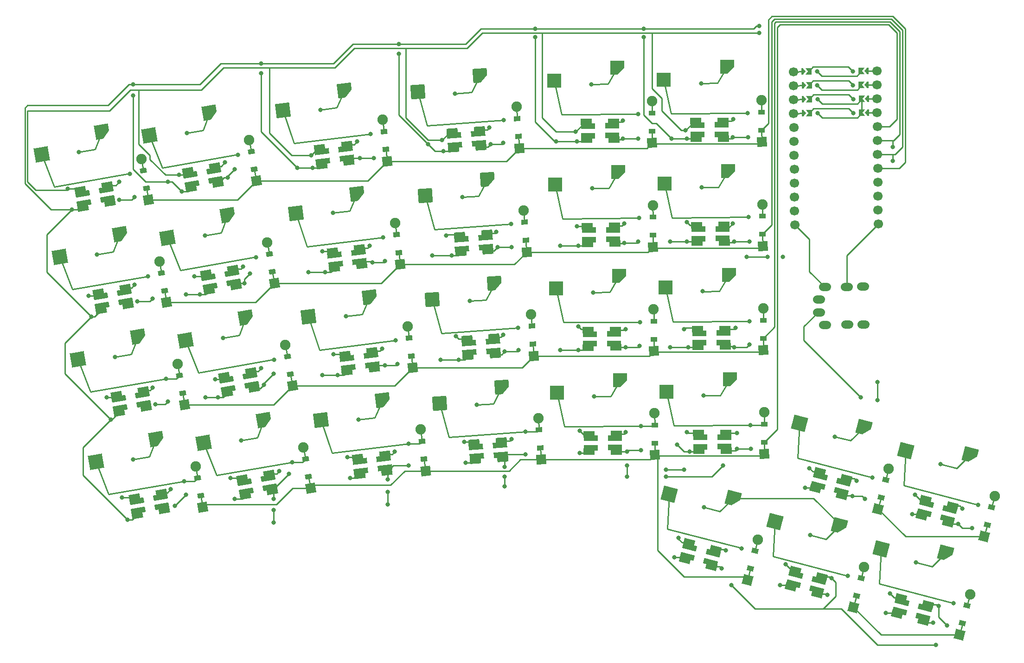
<source format=gbr>
%TF.GenerationSoftware,KiCad,Pcbnew,7.0.10-7.0.10~ubuntu22.04.1*%
%TF.CreationDate,2024-02-29T19:07:42-07:00*%
%TF.ProjectId,boardPcb,626f6172-6450-4636-922e-6b696361645f,v1.0.0*%
%TF.SameCoordinates,Original*%
%TF.FileFunction,Copper,L1,Top*%
%TF.FilePolarity,Positive*%
%FSLAX46Y46*%
G04 Gerber Fmt 4.6, Leading zero omitted, Abs format (unit mm)*
G04 Created by KiCad (PCBNEW 7.0.10-7.0.10~ubuntu22.04.1) date 2024-02-29 19:07:42*
%MOMM*%
%LPD*%
G01*
G04 APERTURE LIST*
G04 Aperture macros list*
%AMHorizOval*
0 Thick line with rounded ends*
0 $1 width*
0 $2 $3 position (X,Y) of the first rounded end (center of the circle)*
0 $4 $5 position (X,Y) of the second rounded end (center of the circle)*
0 Add line between two ends*
20,1,$1,$2,$3,$4,$5,0*
0 Add two circle primitives to create the rounded ends*
1,1,$1,$2,$3*
1,1,$1,$4,$5*%
%AMRotRect*
0 Rectangle, with rotation*
0 The origin of the aperture is its center*
0 $1 length*
0 $2 width*
0 $3 Rotation angle, in degrees counterclockwise*
0 Add horizontal line*
21,1,$1,$2,0,0,$3*%
%AMFreePoly0*
4,1,6,1.300000,0.000000,0.000000,-1.300000,-1.300000,-1.300000,-1.300000,1.300000,1.300000,1.300000,1.300000,0.000000,1.300000,0.000000,$1*%
%AMFreePoly1*
4,1,6,0.250000,0.000000,-0.250000,-0.625000,-0.500000,-0.625000,-0.500000,0.625000,-0.250000,0.625000,0.250000,0.000000,0.250000,0.000000,$1*%
%AMFreePoly2*
4,1,6,0.500000,-0.625000,-0.650000,-0.625000,-0.150000,0.000000,-0.650000,0.625000,0.500000,0.625000,0.500000,-0.625000,0.500000,-0.625000,$1*%
G04 Aperture macros list end*
%TA.AperFunction,ComponentPad*%
%ADD10RotRect,1.778000X1.778000X90.500000*%
%TD*%
%TA.AperFunction,SMDPad,CuDef*%
%ADD11RotRect,0.900000X1.200000X90.500000*%
%TD*%
%TA.AperFunction,ComponentPad*%
%ADD12C,1.905000*%
%TD*%
%TA.AperFunction,ComponentPad*%
%ADD13RotRect,1.778000X1.778000X100.000000*%
%TD*%
%TA.AperFunction,SMDPad,CuDef*%
%ADD14RotRect,0.900000X1.200000X100.000000*%
%TD*%
%TA.AperFunction,ComponentPad*%
%ADD15RotRect,1.778000X1.778000X94.000000*%
%TD*%
%TA.AperFunction,SMDPad,CuDef*%
%ADD16RotRect,0.900000X1.200000X94.000000*%
%TD*%
%TA.AperFunction,SMDPad,CuDef*%
%ADD17RotRect,2.600000X1.000000X0.500000*%
%TD*%
%TA.AperFunction,SMDPad,CuDef*%
%ADD18RotRect,2.000000X1.200000X0.500000*%
%TD*%
%TA.AperFunction,ComponentPad*%
%ADD19RotRect,1.778000X1.778000X75.500000*%
%TD*%
%TA.AperFunction,SMDPad,CuDef*%
%ADD20RotRect,0.900000X1.200000X75.500000*%
%TD*%
%TA.AperFunction,SMDPad,CuDef*%
%ADD21FreePoly0,7.000000*%
%TD*%
%TA.AperFunction,SMDPad,CuDef*%
%ADD22RotRect,2.600000X2.600000X7.000000*%
%TD*%
%TA.AperFunction,ComponentPad*%
%ADD23C,0.800000*%
%TD*%
%TA.AperFunction,SMDPad,CuDef*%
%ADD24FreePoly0,0.500000*%
%TD*%
%TA.AperFunction,SMDPad,CuDef*%
%ADD25RotRect,2.600000X2.600000X0.500000*%
%TD*%
%TA.AperFunction,ComponentPad*%
%ADD26RotRect,1.778000X1.778000X97.000000*%
%TD*%
%TA.AperFunction,SMDPad,CuDef*%
%ADD27RotRect,0.900000X1.200000X97.000000*%
%TD*%
%TA.AperFunction,SMDPad,CuDef*%
%ADD28RotRect,2.600000X1.000000X345.500000*%
%TD*%
%TA.AperFunction,SMDPad,CuDef*%
%ADD29RotRect,2.000000X1.200000X345.500000*%
%TD*%
%TA.AperFunction,SMDPad,CuDef*%
%ADD30RotRect,2.600000X1.000000X10.000000*%
%TD*%
%TA.AperFunction,SMDPad,CuDef*%
%ADD31RotRect,2.000000X1.200000X10.000000*%
%TD*%
%TA.AperFunction,ComponentPad*%
%ADD32HorizOval,1.600000X-0.299989X-0.002618X0.299989X0.002618X0*%
%TD*%
%TA.AperFunction,SMDPad,CuDef*%
%ADD33FreePoly0,10.000000*%
%TD*%
%TA.AperFunction,SMDPad,CuDef*%
%ADD34RotRect,2.600000X2.600000X10.000000*%
%TD*%
%TA.AperFunction,SMDPad,CuDef*%
%ADD35RotRect,2.600000X1.000000X4.000000*%
%TD*%
%TA.AperFunction,SMDPad,CuDef*%
%ADD36RotRect,2.000000X1.200000X4.000000*%
%TD*%
%TA.AperFunction,SMDPad,CuDef*%
%ADD37FreePoly0,4.000000*%
%TD*%
%TA.AperFunction,SMDPad,CuDef*%
%ADD38RotRect,2.600000X2.600000X4.000000*%
%TD*%
%TA.AperFunction,SMDPad,CuDef*%
%ADD39RotRect,2.600000X1.000000X7.000000*%
%TD*%
%TA.AperFunction,SMDPad,CuDef*%
%ADD40RotRect,2.000000X1.200000X7.000000*%
%TD*%
%TA.AperFunction,SMDPad,CuDef*%
%ADD41FreePoly0,345.500000*%
%TD*%
%TA.AperFunction,SMDPad,CuDef*%
%ADD42RotRect,2.600000X2.600000X345.500000*%
%TD*%
%TA.AperFunction,ComponentPad*%
%ADD43HorizOval,1.700000X0.000000X0.000000X0.000000X0.000000X0*%
%TD*%
%TA.AperFunction,SMDPad,CuDef*%
%ADD44FreePoly1,0.500000*%
%TD*%
%TA.AperFunction,SMDPad,CuDef*%
%ADD45FreePoly2,180.500000*%
%TD*%
%TA.AperFunction,ComponentPad*%
%ADD46HorizOval,1.700000X0.000000X0.000000X0.000000X0.000000X0*%
%TD*%
%TA.AperFunction,SMDPad,CuDef*%
%ADD47FreePoly2,0.500000*%
%TD*%
%TA.AperFunction,SMDPad,CuDef*%
%ADD48FreePoly1,180.500000*%
%TD*%
%TA.AperFunction,ViaPad*%
%ADD49C,0.800000*%
%TD*%
%TA.AperFunction,Conductor*%
%ADD50C,0.250000*%
%TD*%
G04 APERTURE END LIST*
D10*
%TO.P,D17,1*%
%TO.N,P21*%
X226301341Y-175114482D03*
D11*
X226282492Y-172954564D03*
%TO.P,D17,2*%
%TO.N,pointer_bottom*%
X226253694Y-169654690D03*
D12*
X226234845Y-167494772D03*
%TD*%
D13*
%TO.P,D3,1*%
%TO.N,P19*%
X137149998Y-147230922D03*
D14*
X136774917Y-145103737D03*
%TO.P,D3,2*%
%TO.N,pinky1_top*%
X136201879Y-141853871D03*
D12*
X135826798Y-139726686D03*
%TD*%
D15*
%TO.P,D15,1*%
%TO.N,P19*%
X202871549Y-138054021D03*
D16*
X202720875Y-135899283D03*
%TO.P,D15,2*%
%TO.N,middle_top*%
X202490679Y-132607321D03*
D12*
X202340005Y-130452583D03*
%TD*%
D17*
%TO.P,LED50,1*%
%TO.N,VCC*%
X234573231Y-171857173D03*
%TO.P,LED50,2*%
%TO.N,P15*%
X234588502Y-173607106D03*
%TO.P,LED50,3*%
%TO.N,GND*%
X238988335Y-173568709D03*
%TO.P,LED50,4*%
%TO.N,P8*%
X238973064Y-171818776D03*
D18*
%TO.P,LED50,11*%
%TO.N,VCC*%
X234266916Y-171134818D03*
%TO.P,LED50,22*%
%TO.N,P15*%
X234294841Y-174334696D03*
%TO.P,LED50,33*%
%TO.N,GND*%
X239294650Y-174291064D03*
%TO.P,LED50,44*%
%TO.N,P8*%
X239266725Y-171091186D03*
%TD*%
D10*
%TO.P,D22,1*%
%TO.N,P20*%
X246134775Y-155940674D03*
D11*
X246115926Y-153780756D03*
%TO.P,D22,2*%
%TO.N,pointer2_middle*%
X246087128Y-150480882D03*
D12*
X246068279Y-148320964D03*
%TD*%
D19*
%TO.P,D28,1*%
%TO.N,P19*%
X267043658Y-184951979D03*
D20*
X267584479Y-182860780D03*
%TO.P,D28,2*%
%TO.N,home2_thumb2*%
X268410733Y-179665892D03*
D12*
X268951554Y-177574693D03*
%TD*%
D13*
%TO.P,D6,1*%
%TO.N,P20*%
X160145469Y-162469306D03*
D14*
X159770388Y-160342121D03*
%TO.P,D6,2*%
%TO.N,pink2_middle*%
X159197350Y-157092255D03*
D12*
X158822269Y-154965070D03*
%TD*%
D21*
%TO.P,S12,1*%
%TO.N,P4*%
X169613130Y-108546205D03*
D22*
%TO.P,S12,2*%
%TO.N,ring_number*%
X158417335Y-112137398D03*
D23*
%TO.N,P4*%
X165233237Y-112056143D03*
%TO.N,ring_number*%
X174340160Y-116479257D03*
%TD*%
D10*
%TO.P,D23,1*%
%TO.N,P19*%
X245968971Y-136941398D03*
D11*
X245950122Y-134781480D03*
%TO.P,D23,2*%
%TO.N,pointer2_top*%
X245921324Y-131481606D03*
D12*
X245902475Y-129321688D03*
%TD*%
D10*
%TO.P,D21,1*%
%TO.N,P21*%
X246300579Y-174939951D03*
D11*
X246281730Y-172780033D03*
%TO.P,D21,2*%
%TO.N,pointer2_bottom*%
X246252932Y-169480159D03*
D12*
X246234083Y-167320241D03*
%TD*%
D24*
%TO.P,S18,1*%
%TO.N,P6*%
X219790696Y-142410052D03*
D25*
%TO.P,S18,2*%
%TO.N,pointer_middle*%
X208260335Y-144710760D03*
D23*
%TO.N,P6*%
X215041622Y-145401609D03*
%TO.N,pointer_middle*%
X223589294Y-150827224D03*
%TD*%
D19*
%TO.P,D29,1*%
%TO.N,P19*%
X286406611Y-189959579D03*
D20*
X286947432Y-187868380D03*
%TO.P,D29,2*%
%TO.N,far2_thumb2*%
X287773686Y-184673492D03*
D12*
X288314507Y-182582293D03*
%TD*%
D24*
%TO.P,S17,1*%
%TO.N,P6*%
X219956500Y-161409328D03*
D25*
%TO.P,S17,2*%
%TO.N,pointer_bottom*%
X208426139Y-163710036D03*
D23*
%TO.N,P6*%
X215207426Y-164400885D03*
%TO.N,pointer_bottom*%
X223755098Y-169826500D03*
%TD*%
D26*
%TO.P,D12,1*%
%TO.N,P18*%
X177468652Y-121445004D03*
D27*
X177205414Y-119301104D03*
%TO.P,D12,2*%
%TO.N,ring_number*%
X176803246Y-116025702D03*
D12*
X176540008Y-113881802D03*
%TD*%
D28*
%TO.P,LED56,1*%
%TO.N,VCC*%
X271385870Y-201904018D03*
%TO.P,LED56,2*%
%TO.N,P15*%
X270947705Y-203598276D03*
%TO.P,LED56,3*%
%TO.N,GND*%
X275207554Y-204699948D03*
%TO.P,LED56,4*%
%TO.N,P8*%
X275645719Y-203005690D03*
D29*
%TO.P,LED56,11*%
%TO.N,VCC*%
X271276951Y-201126997D03*
%TO.P,LED56,22*%
%TO.N,P15*%
X270475735Y-204225069D03*
%TO.P,LED56,33*%
%TO.N,GND*%
X275316473Y-205476969D03*
%TO.P,LED56,44*%
%TO.N,P8*%
X276117689Y-202378897D03*
%TD*%
D30*
%TO.P,LED32,1*%
%TO.N,VCC*%
X125074678Y-146125992D03*
%TO.P,LED32,2*%
%TO.N,P15*%
X125378562Y-147849406D03*
%TO.P,LED32,3*%
%TO.N,GND*%
X129711716Y-147085354D03*
%TO.P,LED32,4*%
%TO.N,P8*%
X129407832Y-145361940D03*
D31*
%TO.P,LED32,11*%
%TO.N,VCC*%
X124653341Y-145464101D03*
%TO.P,LED32,22*%
%TO.N,P15*%
X125209015Y-148615486D03*
%TO.P,LED32,33*%
%TO.N,GND*%
X130133053Y-147747245D03*
%TO.P,LED32,44*%
%TO.N,P8*%
X129577379Y-144595860D03*
%TD*%
D13*
%TO.P,D2,1*%
%TO.N,P20*%
X140449314Y-165942269D03*
D14*
X140074233Y-163815084D03*
%TO.P,D2,2*%
%TO.N,pinky1_middle*%
X139501195Y-160565218D03*
D12*
X139126114Y-158438033D03*
%TD*%
D32*
%TO.P,TRRS1,1*%
%TO.N,GND*%
X256254888Y-146742010D03*
X256274959Y-149041923D03*
%TO.P,TRRS1,2*%
%TO.N,P9*%
X257334775Y-144432499D03*
X257394988Y-151332236D03*
%TO.P,TRRS1,3*%
%TO.N,P10*%
X261334623Y-144397593D03*
X261394836Y-151297330D03*
%TO.P,TRRS1,4*%
%TO.N,VCC*%
X264334509Y-144371413D03*
X264394722Y-151271150D03*
%TD*%
D30*
%TO.P,LED37,1*%
%TO.N,VCC*%
X141471518Y-123941681D03*
%TO.P,LED37,2*%
%TO.N,P15*%
X141775402Y-125665095D03*
%TO.P,LED37,3*%
%TO.N,GND*%
X146108556Y-124901043D03*
%TO.P,LED37,4*%
%TO.N,P8*%
X145804672Y-123177629D03*
D31*
%TO.P,LED37,11*%
%TO.N,VCC*%
X141050181Y-123279790D03*
%TO.P,LED37,22*%
%TO.N,P15*%
X141605855Y-126431175D03*
%TO.P,LED37,33*%
%TO.N,GND*%
X146529893Y-125562934D03*
%TO.P,LED37,44*%
%TO.N,P8*%
X145974219Y-122411549D03*
%TD*%
D33*
%TO.P,S4,1*%
%TO.N,P2*%
X125330856Y-116049579D03*
D34*
%TO.P,S4,2*%
%TO.N,pinky1_number*%
X114338352Y-120221793D03*
D23*
%TO.N,P2*%
X121140661Y-119783932D03*
%TO.N,pinky1_number*%
X130466592Y-123724365D03*
%TD*%
D35*
%TO.P,LED44,1*%
%TO.N,VCC*%
X190977875Y-135692930D03*
%TO.P,LED44,2*%
%TO.N,P15*%
X191099949Y-137438667D03*
%TO.P,LED44,3*%
%TO.N,GND*%
X195489231Y-137131738D03*
%TO.P,LED44,4*%
%TO.N,P8*%
X195367157Y-135386001D03*
D36*
%TO.P,LED44,11*%
%TO.N,VCC*%
X190628033Y-134990623D03*
%TO.P,LED44,22*%
%TO.N,P15*%
X190851253Y-138182828D03*
%TO.P,LED44,33*%
%TO.N,GND*%
X195839073Y-137834045D03*
%TO.P,LED44,44*%
%TO.N,P8*%
X195615853Y-134641840D03*
%TD*%
D30*
%TO.P,LED36,1*%
%TO.N,VCC*%
X144770833Y-142653029D03*
%TO.P,LED36,2*%
%TO.N,P15*%
X145074717Y-144376443D03*
%TO.P,LED36,3*%
%TO.N,GND*%
X149407871Y-143612391D03*
%TO.P,LED36,4*%
%TO.N,P8*%
X149103987Y-141888977D03*
D31*
%TO.P,LED36,11*%
%TO.N,VCC*%
X144349496Y-141991138D03*
%TO.P,LED36,22*%
%TO.N,P15*%
X144905170Y-145142523D03*
%TO.P,LED36,33*%
%TO.N,GND*%
X149829208Y-144274282D03*
%TO.P,LED36,44*%
%TO.N,P8*%
X149273534Y-141122897D03*
%TD*%
D17*
%TO.P,LED48,1*%
%TO.N,VCC*%
X214242384Y-134033151D03*
%TO.P,LED48,2*%
%TO.N,P15*%
X214257655Y-135783084D03*
%TO.P,LED48,3*%
%TO.N,GND*%
X218657488Y-135744687D03*
%TO.P,LED48,4*%
%TO.N,P8*%
X218642217Y-133994754D03*
D18*
%TO.P,LED48,11*%
%TO.N,VCC*%
X213936069Y-133310796D03*
%TO.P,LED48,22*%
%TO.N,P15*%
X213963994Y-136510674D03*
%TO.P,LED48,33*%
%TO.N,GND*%
X218963803Y-136467042D03*
%TO.P,LED48,44*%
%TO.N,P8*%
X218935878Y-133267164D03*
%TD*%
D21*
%TO.P,S11,1*%
%TO.N,P4*%
X171928648Y-127404582D03*
D22*
%TO.P,S11,2*%
%TO.N,ring_top*%
X160732853Y-130995775D03*
D23*
%TO.N,P4*%
X167548755Y-130914520D03*
%TO.N,ring_top*%
X176655678Y-135337634D03*
%TD*%
D10*
%TO.P,D19,1*%
%TO.N,P19*%
X225969732Y-137115929D03*
D11*
X225950883Y-134956011D03*
%TO.P,D19,2*%
%TO.N,pointer_top*%
X225922085Y-131656137D03*
D12*
X225903236Y-129496219D03*
%TD*%
D28*
%TO.P,LED57,1*%
%TO.N,VCC*%
X256513791Y-178938982D03*
%TO.P,LED57,2*%
%TO.N,P15*%
X256075626Y-180633240D03*
%TO.P,LED57,3*%
%TO.N,GND*%
X260335475Y-181734912D03*
%TO.P,LED57,4*%
%TO.N,P8*%
X260773640Y-180040654D03*
D29*
%TO.P,LED57,11*%
%TO.N,VCC*%
X256404872Y-178161961D03*
%TO.P,LED57,22*%
%TO.N,P15*%
X255603656Y-181260033D03*
%TO.P,LED57,33*%
%TO.N,GND*%
X260444394Y-182511933D03*
%TO.P,LED57,44*%
%TO.N,P8*%
X261245610Y-179413861D03*
%TD*%
D37*
%TO.P,S15,1*%
%TO.N,P5*%
X195701864Y-124761773D03*
D38*
%TO.P,S15,2*%
%TO.N,middle_top*%
X184333464Y-127762102D03*
D23*
%TO.N,P5*%
X191144278Y-128037675D03*
%TO.N,middle_top*%
X200007233Y-132931347D03*
%TD*%
D19*
%TO.P,D25,1*%
%TO.N,P21*%
X243189831Y-197901814D03*
D20*
X243730652Y-195810615D03*
%TO.P,D25,2*%
%TO.N,near_thumb*%
X244556906Y-192615727D03*
D12*
X245097727Y-190524528D03*
%TD*%
D24*
%TO.P,S19,1*%
%TO.N,P6*%
X219624892Y-123410775D03*
D25*
%TO.P,S19,2*%
%TO.N,pointer_top*%
X208094531Y-125711483D03*
D23*
%TO.N,P6*%
X214875818Y-126402332D03*
%TO.N,pointer_top*%
X223423490Y-131827947D03*
%TD*%
D24*
%TO.P,S23,1*%
%TO.N,P7*%
X239624130Y-123236244D03*
D25*
%TO.P,S23,2*%
%TO.N,pointer2_top*%
X228093769Y-125536952D03*
D23*
%TO.N,P7*%
X234875056Y-126227801D03*
%TO.N,pointer2_top*%
X243422728Y-131653416D03*
%TD*%
D19*
%TO.P,D26,1*%
%TO.N,P20*%
X262552784Y-202909414D03*
D20*
X263093605Y-200818215D03*
%TO.P,D26,2*%
%TO.N,home_thumb*%
X263919859Y-197623327D03*
D12*
X264460680Y-195532128D03*
%TD*%
D24*
%TO.P,S24,1*%
%TO.N,P7*%
X239458326Y-104236968D03*
D25*
%TO.P,S24,2*%
%TO.N,pointer2_number*%
X227927965Y-106537676D03*
D23*
%TO.N,P7*%
X234709252Y-107228525D03*
%TO.N,pointer2_number*%
X243256924Y-112654140D03*
%TD*%
D39*
%TO.P,LED40,1*%
%TO.N,VCC*%
X167783226Y-138567993D03*
%TO.P,LED40,2*%
%TO.N,P15*%
X167996497Y-140304948D03*
%TO.P,LED40,3*%
%TO.N,GND*%
X172363700Y-139768723D03*
%TO.P,LED40,4*%
%TO.N,P8*%
X172150429Y-138031768D03*
D40*
%TO.P,LED40,11*%
%TO.N,VCC*%
X167397107Y-137884958D03*
%TO.P,LED40,22*%
%TO.N,P15*%
X167787089Y-141061105D03*
%TO.P,LED40,33*%
%TO.N,GND*%
X172749819Y-140451758D03*
%TO.P,LED40,44*%
%TO.N,P8*%
X172359837Y-137275611D03*
%TD*%
D33*
%TO.P,S5,1*%
%TO.N,P3*%
X154924957Y-168710658D03*
D34*
%TO.P,S5,2*%
%TO.N,pink2_bottom*%
X143932453Y-172882872D03*
D23*
%TO.N,P3*%
X150734762Y-172445011D03*
%TO.N,pink2_bottom*%
X160060693Y-176385444D03*
%TD*%
D41*
%TO.P,S29,1*%
%TO.N,P14*%
X283825121Y-175079251D03*
D42*
%TO.P,S29,2*%
%TO.N,far2_thumb2*%
X272092179Y-174317287D03*
D23*
%TO.N,P14*%
X278463595Y-176739722D03*
%TO.N,far2_thumb2*%
X285315759Y-184192764D03*
%TD*%
D41*
%TO.P,S28,1*%
%TO.N,P16*%
X264462168Y-170071651D03*
D42*
%TO.P,S28,2*%
%TO.N,home2_thumb2*%
X252729226Y-169309687D03*
D23*
%TO.N,P16*%
X259100642Y-171732122D03*
%TO.N,home2_thumb2*%
X265952806Y-179185164D03*
%TD*%
D33*
%TO.P,S2,1*%
%TO.N,P2*%
X131929486Y-153472274D03*
D34*
%TO.P,S2,2*%
%TO.N,pinky1_middle*%
X120936982Y-157644488D03*
D23*
%TO.N,P2*%
X127739291Y-157206627D03*
%TO.N,pinky1_middle*%
X137065222Y-161147060D03*
%TD*%
D30*
%TO.P,LED30,1*%
%TO.N,VCC*%
X131673309Y-183548687D03*
%TO.P,LED30,2*%
%TO.N,P15*%
X131977193Y-185272101D03*
%TO.P,LED30,3*%
%TO.N,GND*%
X136310347Y-184508049D03*
%TO.P,LED30,4*%
%TO.N,P8*%
X136006463Y-182784635D03*
D31*
%TO.P,LED30,11*%
%TO.N,VCC*%
X131251972Y-182886796D03*
%TO.P,LED30,22*%
%TO.N,P15*%
X131807646Y-186038181D03*
%TO.P,LED30,33*%
%TO.N,GND*%
X136731684Y-185169940D03*
%TO.P,LED30,44*%
%TO.N,P8*%
X136176010Y-182018555D03*
%TD*%
D30*
%TO.P,LED35,1*%
%TO.N,VCC*%
X148070148Y-161364376D03*
%TO.P,LED35,2*%
%TO.N,P15*%
X148374032Y-163087790D03*
%TO.P,LED35,3*%
%TO.N,GND*%
X152707186Y-162323738D03*
%TO.P,LED35,4*%
%TO.N,P8*%
X152403302Y-160600324D03*
D31*
%TO.P,LED35,11*%
%TO.N,VCC*%
X147648811Y-160702485D03*
%TO.P,LED35,22*%
%TO.N,P15*%
X148204485Y-163853870D03*
%TO.P,LED35,33*%
%TO.N,GND*%
X153128523Y-162985629D03*
%TO.P,LED35,44*%
%TO.N,P8*%
X152572849Y-159834244D03*
%TD*%
D28*
%TO.P,LED58,1*%
%TO.N,VCC*%
X275876744Y-183946582D03*
%TO.P,LED58,2*%
%TO.N,P15*%
X275438579Y-185640840D03*
%TO.P,LED58,3*%
%TO.N,GND*%
X279698428Y-186742512D03*
%TO.P,LED58,4*%
%TO.N,P8*%
X280136593Y-185048254D03*
D29*
%TO.P,LED58,11*%
%TO.N,VCC*%
X275767825Y-183169561D03*
%TO.P,LED58,22*%
%TO.N,P15*%
X274966609Y-186267633D03*
%TO.P,LED58,33*%
%TO.N,GND*%
X279807347Y-187519533D03*
%TO.P,LED58,44*%
%TO.N,P8*%
X280608563Y-184421461D03*
%TD*%
D13*
%TO.P,D1,1*%
%TO.N,P21*%
X143748629Y-184653616D03*
D14*
X143373548Y-182526431D03*
%TO.P,D1,2*%
%TO.N,pinky1_bottom*%
X142800510Y-179276565D03*
D12*
X142425429Y-177149380D03*
%TD*%
D17*
%TO.P,LED53,1*%
%TO.N,VCC*%
X234075818Y-114859343D03*
%TO.P,LED53,2*%
%TO.N,P15*%
X234091089Y-116609276D03*
%TO.P,LED53,3*%
%TO.N,GND*%
X238490922Y-116570879D03*
%TO.P,LED53,4*%
%TO.N,P8*%
X238475651Y-114820946D03*
D18*
%TO.P,LED53,11*%
%TO.N,VCC*%
X233769503Y-114136988D03*
%TO.P,LED53,22*%
%TO.N,P15*%
X233797428Y-117336866D03*
%TO.P,LED53,33*%
%TO.N,GND*%
X238797237Y-117293234D03*
%TO.P,LED53,44*%
%TO.N,P8*%
X238769312Y-114093356D03*
%TD*%
D28*
%TO.P,LED54,1*%
%TO.N,VCC*%
X232659964Y-191888818D03*
%TO.P,LED54,2*%
%TO.N,P15*%
X232221799Y-193583076D03*
%TO.P,LED54,3*%
%TO.N,GND*%
X236481648Y-194684748D03*
%TO.P,LED54,4*%
%TO.N,P8*%
X236919813Y-192990490D03*
D29*
%TO.P,LED54,11*%
%TO.N,VCC*%
X232551045Y-191111797D03*
%TO.P,LED54,22*%
%TO.N,P15*%
X231749829Y-194209869D03*
%TO.P,LED54,33*%
%TO.N,GND*%
X236590567Y-195461769D03*
%TO.P,LED54,44*%
%TO.N,P8*%
X237391783Y-192363697D03*
%TD*%
D33*
%TO.P,S1,1*%
%TO.N,P2*%
X135228802Y-172183621D03*
D34*
%TO.P,S1,2*%
%TO.N,pinky1_bottom*%
X124236298Y-176355835D03*
D23*
%TO.N,P2*%
X131038607Y-175917974D03*
%TO.N,pinky1_bottom*%
X140364538Y-179858407D03*
%TD*%
D15*
%TO.P,D13,1*%
%TO.N,P21*%
X205522295Y-175961455D03*
D16*
X205371621Y-173806717D03*
%TO.P,D13,2*%
%TO.N,middle_bottom*%
X205141425Y-170514755D03*
D12*
X204990751Y-168360017D03*
%TD*%
D41*
%TO.P,S27,1*%
%TO.N,P14*%
X279334247Y-193036687D03*
D42*
%TO.P,S27,2*%
%TO.N,far_thumb*%
X267601305Y-192274723D03*
D23*
%TO.N,P14*%
X273972721Y-194697158D03*
%TO.N,far_thumb*%
X280824885Y-202150200D03*
%TD*%
D30*
%TO.P,LED31,1*%
%TO.N,VCC*%
X128373993Y-164837339D03*
%TO.P,LED31,2*%
%TO.N,P15*%
X128677877Y-166560753D03*
%TO.P,LED31,3*%
%TO.N,GND*%
X133011031Y-165796701D03*
%TO.P,LED31,4*%
%TO.N,P8*%
X132707147Y-164073287D03*
D31*
%TO.P,LED31,11*%
%TO.N,VCC*%
X127952656Y-164175448D03*
%TO.P,LED31,22*%
%TO.N,P15*%
X128508330Y-167326833D03*
%TO.P,LED31,33*%
%TO.N,GND*%
X133432368Y-166458592D03*
%TO.P,LED31,44*%
%TO.N,P8*%
X132876694Y-163307207D03*
%TD*%
D43*
%TO.P,,0*%
%TO.N,_1_0*%
X251571417Y-105111296D03*
D44*
X253571341Y-105093843D03*
D23*
%TO.N,P1*%
X255929252Y-105073266D03*
D45*
X263965945Y-105003131D03*
D43*
%TO.P,,1*%
%TO.N,_1_1*%
X251593583Y-107651199D03*
D44*
X253593507Y-107633746D03*
D23*
%TO.N,P0*%
X255951417Y-107613169D03*
D45*
X263988111Y-107543034D03*
D43*
%TO.P,,2*%
%TO.N,_1_2*%
X251615748Y-110191103D03*
D44*
X253615672Y-110173650D03*
D23*
%TO.N,GND*%
X255973582Y-110153072D03*
D45*
X264010276Y-110082937D03*
D43*
%TO.P,,3*%
%TO.N,_1_3*%
X251637914Y-112731006D03*
D44*
X253637837Y-112713553D03*
D23*
%TO.N,GND*%
X255995748Y-112692976D03*
D45*
X264032442Y-112622841D03*
D43*
%TO.P,,4*%
%TO.N,P2*%
X251660079Y-115270909D03*
%TO.P,,5*%
%TO.N,P3*%
X251682244Y-117810813D03*
%TO.P,,6*%
%TO.N,P4*%
X251704410Y-120350716D03*
%TO.P,,7*%
%TO.N,P5*%
X251726575Y-122890619D03*
%TO.P,,8*%
%TO.N,P6*%
X251748741Y-125430522D03*
%TO.P,,9*%
%TO.N,P7*%
X251770906Y-127970426D03*
%TO.P,,10*%
%TO.N,P8*%
X251793071Y-130510329D03*
%TO.P,,11*%
%TO.N,P9*%
X251815237Y-133050232D03*
D46*
%TO.P,,12*%
%TO.N,P10*%
X267054657Y-132917240D03*
%TO.P,,13*%
%TO.N,P16*%
X267032491Y-130377337D03*
%TO.P,,14*%
%TO.N,P14*%
X267010326Y-127837433D03*
%TO.P,,15*%
%TO.N,P15*%
X266988160Y-125297530D03*
%TO.P,,16*%
%TO.N,P18*%
X266965995Y-122757627D03*
%TO.P,,17*%
%TO.N,P19*%
X266943830Y-120217723D03*
%TO.P,,18*%
%TO.N,P20*%
X266921664Y-117677820D03*
%TO.P,,19*%
%TO.N,P21*%
X266899499Y-115137917D03*
D47*
%TO.P,,20*%
%TO.N,VCC*%
X254482805Y-112706179D03*
D23*
X262519499Y-112636044D03*
D48*
%TO.N,_1_20*%
X264877410Y-112615467D03*
D46*
X266877333Y-112598014D03*
D47*
%TO.P,,21*%
%TO.N,RST*%
X254460640Y-110166276D03*
D23*
X262497334Y-110096141D03*
D48*
%TO.N,_1_21*%
X264855244Y-110075563D03*
D46*
X266855168Y-110058110D03*
D47*
%TO.P,,22*%
%TO.N,GND*%
X254438475Y-107626372D03*
D23*
X262475168Y-107556237D03*
D48*
%TO.N,_1_22*%
X264833079Y-107535660D03*
D46*
X266833003Y-107518207D03*
D47*
%TO.P,,23*%
%TO.N,RAW*%
X254416309Y-105086469D03*
D23*
X262453003Y-105016334D03*
D48*
%TO.N,_1_23*%
X264810913Y-104995757D03*
D46*
X266810837Y-104978304D03*
%TD*%
D37*
%TO.P,S16,1*%
%TO.N,P5*%
X194376491Y-105808056D03*
D38*
%TO.P,S16,2*%
%TO.N,middle_number*%
X183008091Y-108808385D03*
D23*
%TO.N,P5*%
X189818905Y-109083958D03*
%TO.N,middle_number*%
X198681860Y-113977630D03*
%TD*%
D33*
%TO.P,S8,1*%
%TO.N,P3*%
X145027011Y-112576616D03*
D34*
%TO.P,S8,2*%
%TO.N,pink2_number*%
X134034507Y-116748830D03*
D23*
%TO.N,P3*%
X140836816Y-116310969D03*
%TO.N,pink2_number*%
X150162747Y-120251402D03*
%TD*%
D39*
%TO.P,LED41,1*%
%TO.N,VCC*%
X165467709Y-119709616D03*
%TO.P,LED41,2*%
%TO.N,P15*%
X165680980Y-121446571D03*
%TO.P,LED41,3*%
%TO.N,GND*%
X170048183Y-120910346D03*
%TO.P,LED41,4*%
%TO.N,P8*%
X169834912Y-119173391D03*
D40*
%TO.P,LED41,11*%
%TO.N,VCC*%
X165081590Y-119026581D03*
%TO.P,LED41,22*%
%TO.N,P15*%
X165471572Y-122202728D03*
%TO.P,LED41,33*%
%TO.N,GND*%
X170434302Y-121593381D03*
%TO.P,LED41,44*%
%TO.N,P8*%
X170044320Y-118417234D03*
%TD*%
D10*
%TO.P,D20,1*%
%TO.N,P18*%
X225803928Y-118116652D03*
D11*
X225785079Y-115956734D03*
%TO.P,D20,2*%
%TO.N,pointer_number*%
X225756281Y-112656860D03*
D12*
X225737432Y-110496942D03*
%TD*%
D15*
%TO.P,D14,1*%
%TO.N,P20*%
X204196922Y-157007738D03*
D16*
X204046248Y-154853000D03*
%TO.P,D14,2*%
%TO.N,middle_middle*%
X203816052Y-151561038D03*
D12*
X203665378Y-149406300D03*
%TD*%
D17*
%TO.P,LED51,1*%
%TO.N,VCC*%
X234407426Y-152857896D03*
%TO.P,LED51,2*%
%TO.N,P15*%
X234422697Y-154607829D03*
%TO.P,LED51,3*%
%TO.N,GND*%
X238822530Y-154569432D03*
%TO.P,LED51,4*%
%TO.N,P8*%
X238807259Y-152819499D03*
D18*
%TO.P,LED51,11*%
%TO.N,VCC*%
X234101111Y-152135541D03*
%TO.P,LED51,22*%
%TO.N,P15*%
X234129036Y-155335419D03*
%TO.P,LED51,33*%
%TO.N,GND*%
X239128845Y-155291787D03*
%TO.P,LED51,44*%
%TO.N,P8*%
X239100920Y-152091909D03*
%TD*%
D33*
%TO.P,S3,1*%
%TO.N,P2*%
X128630171Y-134760927D03*
D34*
%TO.P,S3,2*%
%TO.N,pinky1_top*%
X117637667Y-138933141D03*
D23*
%TO.N,P2*%
X124439976Y-138495280D03*
%TO.N,pinky1_top*%
X133765907Y-142435713D03*
%TD*%
D41*
%TO.P,S26,1*%
%TO.N,P16*%
X259971294Y-188029087D03*
D42*
%TO.P,S26,2*%
%TO.N,home_thumb*%
X248238352Y-187267123D03*
D23*
%TO.N,P16*%
X254609768Y-189689558D03*
%TO.N,home_thumb*%
X261461932Y-197142600D03*
%TD*%
%TO.P,S6,2*%
%TO.N,pink2_middle*%
X156761377Y-157674096D03*
%TO.N,P3*%
X147435446Y-153733663D03*
D34*
%TO.N,pink2_middle*%
X140633137Y-154171524D03*
D33*
%TO.P,S6,1*%
%TO.N,P3*%
X151625641Y-149999310D03*
%TD*%
D37*
%TO.P,S13,1*%
%TO.N,P5*%
X198352610Y-162669207D03*
D38*
%TO.P,S13,2*%
%TO.N,middle_bottom*%
X186984210Y-165669536D03*
D23*
%TO.N,P5*%
X193795024Y-165945109D03*
%TO.N,middle_bottom*%
X202657979Y-170838781D03*
%TD*%
D30*
%TO.P,LED34,1*%
%TO.N,VCC*%
X151369464Y-180075723D03*
%TO.P,LED34,2*%
%TO.N,P15*%
X151673348Y-181799137D03*
%TO.P,LED34,3*%
%TO.N,GND*%
X156006502Y-181035085D03*
%TO.P,LED34,4*%
%TO.N,P8*%
X155702618Y-179311671D03*
D31*
%TO.P,LED34,11*%
%TO.N,VCC*%
X150948127Y-179413832D03*
%TO.P,LED34,22*%
%TO.N,P15*%
X151503801Y-182565217D03*
%TO.P,LED34,33*%
%TO.N,GND*%
X156427839Y-181696976D03*
%TO.P,LED34,44*%
%TO.N,P8*%
X155872165Y-178545591D03*
%TD*%
D24*
%TO.P,S22,1*%
%TO.N,P7*%
X239789935Y-142235521D03*
D25*
%TO.P,S22,2*%
%TO.N,pointer2_middle*%
X228259574Y-144536229D03*
D23*
%TO.N,P7*%
X235040861Y-145227078D03*
%TO.N,pointer2_middle*%
X243588533Y-150652693D03*
%TD*%
D39*
%TO.P,LED39,1*%
%TO.N,VCC*%
X170098744Y-157426370D03*
%TO.P,LED39,2*%
%TO.N,P15*%
X170312015Y-159163325D03*
%TO.P,LED39,3*%
%TO.N,GND*%
X174679218Y-158627100D03*
%TO.P,LED39,4*%
%TO.N,P8*%
X174465947Y-156890145D03*
D40*
%TO.P,LED39,11*%
%TO.N,VCC*%
X169712625Y-156743335D03*
%TO.P,LED39,22*%
%TO.N,P15*%
X170102607Y-159919482D03*
%TO.P,LED39,33*%
%TO.N,GND*%
X175065337Y-159310135D03*
%TO.P,LED39,44*%
%TO.N,P8*%
X174675355Y-156133988D03*
%TD*%
D35*
%TO.P,LED43,1*%
%TO.N,VCC*%
X192303248Y-154646647D03*
%TO.P,LED43,2*%
%TO.N,P15*%
X192425322Y-156392384D03*
%TO.P,LED43,3*%
%TO.N,GND*%
X196814604Y-156085455D03*
%TO.P,LED43,4*%
%TO.N,P8*%
X196692530Y-154339718D03*
D36*
%TO.P,LED43,11*%
%TO.N,VCC*%
X191953406Y-153944340D03*
%TO.P,LED43,22*%
%TO.N,P15*%
X192176626Y-157136545D03*
%TO.P,LED43,33*%
%TO.N,GND*%
X197164446Y-156787762D03*
%TO.P,LED43,44*%
%TO.N,P8*%
X196941226Y-153595557D03*
%TD*%
D13*
%TO.P,D8,1*%
%TO.N,P18*%
X153546838Y-125046611D03*
D14*
X153171757Y-122919426D03*
%TO.P,D8,2*%
%TO.N,pink2_number*%
X152598719Y-119669560D03*
D12*
X152223638Y-117542375D03*
%TD*%
D17*
%TO.P,LED47,1*%
%TO.N,VCC*%
X214408188Y-153032427D03*
%TO.P,LED47,2*%
%TO.N,P15*%
X214423459Y-154782360D03*
%TO.P,LED47,3*%
%TO.N,GND*%
X218823292Y-154743963D03*
%TO.P,LED47,4*%
%TO.N,P8*%
X218808021Y-152994030D03*
D18*
%TO.P,LED47,11*%
%TO.N,VCC*%
X214101873Y-152310072D03*
%TO.P,LED47,22*%
%TO.N,P15*%
X214129798Y-155509950D03*
%TO.P,LED47,33*%
%TO.N,GND*%
X219129607Y-155466318D03*
%TO.P,LED47,44*%
%TO.N,P8*%
X219101682Y-152266440D03*
%TD*%
D35*
%TO.P,LED42,1*%
%TO.N,VCC*%
X193628621Y-173600364D03*
%TO.P,LED42,2*%
%TO.N,P15*%
X193750695Y-175346101D03*
%TO.P,LED42,3*%
%TO.N,GND*%
X198139977Y-175039172D03*
%TO.P,LED42,4*%
%TO.N,P8*%
X198017903Y-173293435D03*
D36*
%TO.P,LED42,11*%
%TO.N,VCC*%
X193278779Y-172898057D03*
%TO.P,LED42,22*%
%TO.N,P15*%
X193501999Y-176090262D03*
%TO.P,LED42,33*%
%TO.N,GND*%
X198489819Y-175741479D03*
%TO.P,LED42,44*%
%TO.N,P8*%
X198266599Y-172549274D03*
%TD*%
D24*
%TO.P,S20,1*%
%TO.N,P6*%
X219459088Y-104411499D03*
D25*
%TO.P,S20,2*%
%TO.N,pointer_number*%
X207928727Y-106712207D03*
D23*
%TO.N,P6*%
X214710014Y-107403056D03*
%TO.N,pointer_number*%
X223257686Y-112828671D03*
%TD*%
D17*
%TO.P,LED49,1*%
%TO.N,VCC*%
X214076580Y-115033874D03*
%TO.P,LED49,2*%
%TO.N,P15*%
X214091851Y-116783807D03*
%TO.P,LED49,3*%
%TO.N,GND*%
X218491684Y-116745410D03*
%TO.P,LED49,4*%
%TO.N,P8*%
X218476413Y-114995477D03*
D18*
%TO.P,LED49,11*%
%TO.N,VCC*%
X213770265Y-114311519D03*
%TO.P,LED49,22*%
%TO.N,P15*%
X213798190Y-117511397D03*
%TO.P,LED49,33*%
%TO.N,GND*%
X218797999Y-117467765D03*
%TO.P,LED49,44*%
%TO.N,P8*%
X218770074Y-114267887D03*
%TD*%
D13*
%TO.P,D7,1*%
%TO.N,P19*%
X156846153Y-143757958D03*
D14*
X156471072Y-141630773D03*
%TO.P,D7,2*%
%TO.N,pink2_top*%
X155898034Y-138380907D03*
D12*
X155522953Y-136253722D03*
%TD*%
D17*
%TO.P,LED46,1*%
%TO.N,VCC*%
X214573992Y-172031704D03*
%TO.P,LED46,2*%
%TO.N,P15*%
X214589263Y-173781637D03*
%TO.P,LED46,3*%
%TO.N,GND*%
X218989096Y-173743240D03*
%TO.P,LED46,4*%
%TO.N,P8*%
X218973825Y-171993307D03*
D18*
%TO.P,LED46,11*%
%TO.N,VCC*%
X214267677Y-171309349D03*
%TO.P,LED46,22*%
%TO.N,P15*%
X214295602Y-174509227D03*
%TO.P,LED46,33*%
%TO.N,GND*%
X219295411Y-174465595D03*
%TO.P,LED46,44*%
%TO.N,P8*%
X219267486Y-171265717D03*
%TD*%
D24*
%TO.P,S21,1*%
%TO.N,P7*%
X239955739Y-161234797D03*
D25*
%TO.P,S21,2*%
%TO.N,pointer2_bottom*%
X228425378Y-163535505D03*
D23*
%TO.N,P7*%
X235206665Y-164226354D03*
%TO.N,pointer2_bottom*%
X243754337Y-169651969D03*
%TD*%
D28*
%TO.P,LED55,1*%
%TO.N,VCC*%
X252022917Y-196896418D03*
%TO.P,LED55,2*%
%TO.N,P15*%
X251584752Y-198590676D03*
%TO.P,LED55,3*%
%TO.N,GND*%
X255844601Y-199692348D03*
%TO.P,LED55,4*%
%TO.N,P8*%
X256282766Y-197998090D03*
D29*
%TO.P,LED55,11*%
%TO.N,VCC*%
X251913998Y-196119397D03*
%TO.P,LED55,22*%
%TO.N,P15*%
X251112782Y-199217469D03*
%TO.P,LED55,33*%
%TO.N,GND*%
X255953520Y-200469369D03*
%TO.P,LED55,44*%
%TO.N,P8*%
X256754736Y-197371297D03*
%TD*%
D35*
%TO.P,LED45,1*%
%TO.N,VCC*%
X189652502Y-116739213D03*
%TO.P,LED45,2*%
%TO.N,P15*%
X189774576Y-118484950D03*
%TO.P,LED45,3*%
%TO.N,GND*%
X194163858Y-118178021D03*
%TO.P,LED45,4*%
%TO.N,P8*%
X194041784Y-116432284D03*
D36*
%TO.P,LED45,11*%
%TO.N,VCC*%
X189302660Y-116036906D03*
%TO.P,LED45,22*%
%TO.N,P15*%
X189525880Y-119229111D03*
%TO.P,LED45,33*%
%TO.N,GND*%
X194513700Y-118880328D03*
%TO.P,LED45,44*%
%TO.N,P8*%
X194290480Y-115688123D03*
%TD*%
D19*
%TO.P,D27,1*%
%TO.N,P20*%
X281915737Y-207917014D03*
D20*
X282456558Y-205825815D03*
%TO.P,D27,2*%
%TO.N,far_thumb*%
X283282812Y-202630927D03*
D12*
X283823633Y-200539728D03*
%TD*%
D26*
%TO.P,D9,1*%
%TO.N,P21*%
X184415205Y-178020135D03*
D27*
X184151967Y-175876235D03*
%TO.P,D9,2*%
%TO.N,ring_bottom*%
X183749799Y-172600833D03*
D12*
X183486561Y-170456933D03*
%TD*%
D33*
%TO.P,S7,1*%
%TO.N,P3*%
X148326326Y-131287963D03*
D34*
%TO.P,S7,2*%
%TO.N,pink2_top*%
X137333822Y-135460177D03*
D23*
%TO.N,P3*%
X144136131Y-135022316D03*
%TO.N,pink2_top*%
X153462062Y-138962749D03*
%TD*%
D41*
%TO.P,S25,1*%
%TO.N,P16*%
X240608341Y-183021487D03*
D42*
%TO.P,S25,2*%
%TO.N,near_thumb*%
X228875399Y-182259523D03*
D23*
%TO.N,P16*%
X235246815Y-184681958D03*
%TO.N,near_thumb*%
X242098979Y-192135000D03*
%TD*%
D37*
%TO.P,S14,1*%
%TO.N,P5*%
X197027237Y-143715490D03*
D38*
%TO.P,S14,2*%
%TO.N,middle_middle*%
X185658837Y-146715819D03*
D23*
%TO.N,P5*%
X192469651Y-146991392D03*
%TO.N,middle_middle*%
X201332606Y-151885064D03*
%TD*%
D15*
%TO.P,D16,1*%
%TO.N,P18*%
X201546176Y-119100304D03*
D16*
X201395502Y-116945566D03*
%TO.P,D16,2*%
%TO.N,middle_number*%
X201165306Y-113653604D03*
D12*
X201014632Y-111498866D03*
%TD*%
D10*
%TO.P,D18,1*%
%TO.N,P20*%
X226135537Y-156115205D03*
D11*
X226116688Y-153955287D03*
%TO.P,D18,2*%
%TO.N,pointer_middle*%
X226087890Y-150655413D03*
D12*
X226069041Y-148495495D03*
%TD*%
D10*
%TO.P,D24,1*%
%TO.N,P18*%
X245803167Y-117942121D03*
D11*
X245784318Y-115782203D03*
%TO.P,D24,2*%
%TO.N,pointer2_number*%
X245755520Y-112482329D03*
D12*
X245736671Y-110322411D03*
%TD*%
D30*
%TO.P,LED33,1*%
%TO.N,VCC*%
X121775363Y-127414645D03*
%TO.P,LED33,2*%
%TO.N,P15*%
X122079247Y-129138059D03*
%TO.P,LED33,3*%
%TO.N,GND*%
X126412401Y-128374007D03*
%TO.P,LED33,4*%
%TO.N,P8*%
X126108517Y-126650593D03*
D31*
%TO.P,LED33,11*%
%TO.N,VCC*%
X121354026Y-126752754D03*
%TO.P,LED33,22*%
%TO.N,P15*%
X121909700Y-129904139D03*
%TO.P,LED33,33*%
%TO.N,GND*%
X126833738Y-129035898D03*
%TO.P,LED33,44*%
%TO.N,P8*%
X126278064Y-125884513D03*
%TD*%
D13*
%TO.P,D4,1*%
%TO.N,P18*%
X133850683Y-128519575D03*
D14*
X133475602Y-126392390D03*
%TO.P,D4,2*%
%TO.N,pinky1_number*%
X132902564Y-123142524D03*
D12*
X132527483Y-121015339D03*
%TD*%
D21*
%TO.P,S10,1*%
%TO.N,P4*%
X174244165Y-146262959D03*
D22*
%TO.P,S10,2*%
%TO.N,ring_middle*%
X163048370Y-149854152D03*
D23*
%TO.N,P4*%
X169864272Y-149772897D03*
%TO.N,ring_middle*%
X178971195Y-154196011D03*
%TD*%
D13*
%TO.P,D5,1*%
%TO.N,P21*%
X163444784Y-181180653D03*
D14*
X163069703Y-179053468D03*
%TO.P,D5,2*%
%TO.N,pink2_bottom*%
X162496665Y-175803602D03*
D12*
X162121584Y-173676417D03*
%TD*%
D26*
%TO.P,D11,1*%
%TO.N,P19*%
X179784170Y-140303381D03*
D27*
X179520932Y-138159481D03*
%TO.P,D11,2*%
%TO.N,ring_top*%
X179118764Y-134884079D03*
D12*
X178855526Y-132740179D03*
%TD*%
D21*
%TO.P,S9,1*%
%TO.N,P4*%
X176559683Y-165121336D03*
D22*
%TO.P,S9,2*%
%TO.N,ring_bottom*%
X165363888Y-168712529D03*
D23*
%TO.N,P4*%
X172179790Y-168631274D03*
%TO.N,ring_bottom*%
X181286713Y-173054388D03*
%TD*%
D17*
%TO.P,LED52,1*%
%TO.N,VCC*%
X234241622Y-133858620D03*
%TO.P,LED52,2*%
%TO.N,P15*%
X234256893Y-135608553D03*
%TO.P,LED52,3*%
%TO.N,GND*%
X238656726Y-135570156D03*
%TO.P,LED52,4*%
%TO.N,P8*%
X238641455Y-133820223D03*
D18*
%TO.P,LED52,11*%
%TO.N,VCC*%
X233935307Y-133136265D03*
%TO.P,LED52,22*%
%TO.N,P15*%
X233963232Y-136336143D03*
%TO.P,LED52,33*%
%TO.N,GND*%
X238963041Y-136292511D03*
%TO.P,LED52,44*%
%TO.N,P8*%
X238935116Y-133092633D03*
%TD*%
D39*
%TO.P,LED38,1*%
%TO.N,VCC*%
X172414261Y-176284747D03*
%TO.P,LED38,2*%
%TO.N,P15*%
X172627532Y-178021702D03*
%TO.P,LED38,3*%
%TO.N,GND*%
X176994735Y-177485477D03*
%TO.P,LED38,4*%
%TO.N,P8*%
X176781464Y-175748522D03*
D40*
%TO.P,LED38,11*%
%TO.N,VCC*%
X172028142Y-175601712D03*
%TO.P,LED38,22*%
%TO.N,P15*%
X172418124Y-178777859D03*
%TO.P,LED38,33*%
%TO.N,GND*%
X177380854Y-178168512D03*
%TO.P,LED38,44*%
%TO.N,P8*%
X176990872Y-174992365D03*
%TD*%
D26*
%TO.P,D10,1*%
%TO.N,P20*%
X182099687Y-159161758D03*
D27*
X181836449Y-157017858D03*
%TO.P,D10,2*%
%TO.N,ring_middle*%
X181434281Y-153742456D03*
D12*
X181171043Y-151598556D03*
%TD*%
D49*
%TO.N,P20*%
X269748000Y-118872000D03*
%TO.N,P19*%
X269748000Y-121412000D03*
%TO.N,P8*%
X196088000Y-115316000D03*
X198628000Y-153162000D03*
X228346000Y-177800000D03*
X278130000Y-202692000D03*
X243078000Y-138938000D03*
X137922000Y-181356000D03*
X131318000Y-144018000D03*
X197358000Y-134366000D03*
X178816000Y-174498000D03*
X249682000Y-138938000D03*
X134620000Y-162814000D03*
X282448000Y-184912000D03*
X220726000Y-132842000D03*
X220980000Y-170942000D03*
X171958000Y-117856000D03*
X147828000Y-121666000D03*
X246888000Y-138938000D03*
X174244000Y-136906000D03*
X240284000Y-198882000D03*
X258572000Y-197612000D03*
X154432000Y-159258000D03*
X239268000Y-192532000D03*
X241300000Y-171091186D03*
X277622000Y-209804000D03*
X263144000Y-179832000D03*
X157734000Y-178054000D03*
X279654000Y-206248000D03*
X128524000Y-125222000D03*
X151130000Y-140716000D03*
X200152000Y-172212000D03*
X220472000Y-114046000D03*
X231648000Y-177800000D03*
X240538000Y-132842000D03*
X220980000Y-152146000D03*
X240614486Y-113754553D03*
X241046000Y-151892000D03*
X176530000Y-155702000D03*
%TO.N,P15*%
X163068000Y-141732000D03*
X139954000Y-127000000D03*
X127000000Y-168656000D03*
X245364000Y-96774000D03*
X161036000Y-122682000D03*
X184912000Y-118364000D03*
X170688000Y-179324000D03*
X229108000Y-136144000D03*
X273304000Y-185928000D03*
X212344000Y-155956000D03*
X229108000Y-155448000D03*
X212598000Y-174752000D03*
X204470000Y-97282000D03*
X166116000Y-141732000D03*
X224282000Y-97282000D03*
X144272000Y-164592000D03*
X163830000Y-122682000D03*
X149606000Y-183134000D03*
X204470000Y-98806000D03*
X154432000Y-105410000D03*
X140716000Y-145796000D03*
X209042000Y-155956000D03*
X143256000Y-145796000D03*
X146558000Y-164592000D03*
X168402000Y-160528000D03*
X154432000Y-103632000D03*
X131064000Y-107442000D03*
X190500000Y-157734000D03*
X209042000Y-136906000D03*
X230378000Y-173228000D03*
X212344000Y-136906000D03*
X229870000Y-193802000D03*
X187198000Y-157734000D03*
X179578000Y-101854000D03*
X249174000Y-198882000D03*
X268478000Y-203962000D03*
X123444000Y-149860000D03*
X165608000Y-160528000D03*
X229362000Y-117348000D03*
X208280000Y-117856000D03*
X212090000Y-117856000D03*
X232664000Y-174498000D03*
X137414000Y-125222000D03*
X232156000Y-117348000D03*
X253746000Y-181102000D03*
X119888000Y-130302000D03*
X131064000Y-109474000D03*
X189230000Y-138684000D03*
X185674000Y-138684000D03*
X179578000Y-100076000D03*
X130048000Y-186944000D03*
X191770000Y-176530000D03*
X232156000Y-136144000D03*
X224282000Y-98806000D03*
X232410000Y-155448000D03*
X187706000Y-119634000D03*
%TO.N,VCC*%
X231648000Y-152146000D03*
X142240000Y-142494000D03*
X212598000Y-170688000D03*
X148844000Y-179324000D03*
X165608000Y-137922000D03*
X139446000Y-123952000D03*
X232156000Y-132588000D03*
X126238000Y-164592000D03*
X231902000Y-115824000D03*
X122936000Y-146050000D03*
X232156000Y-170942000D03*
X269240000Y-200406000D03*
X211836000Y-116078000D03*
X167640000Y-156718000D03*
X250190000Y-195072000D03*
X254508000Y-177546000D03*
X212344000Y-151638000D03*
X187452000Y-117602000D03*
X163576000Y-120396000D03*
X212090000Y-133350000D03*
X191516000Y-172720000D03*
X119126000Y-126492000D03*
X266954000Y-165100000D03*
X188214000Y-134990623D03*
X266954000Y-161798000D03*
X129032000Y-182880000D03*
X189992000Y-153416000D03*
X170180000Y-175514000D03*
X273812000Y-182372000D03*
X245364000Y-98044000D03*
X230632000Y-190246000D03*
X146050000Y-161290000D03*
%TO.N,GND*%
X281686000Y-187706000D03*
X241300000Y-173990000D03*
X257810000Y-200660000D03*
X156718000Y-183134000D03*
X201422000Y-155956000D03*
X149606000Y-122936000D03*
X177546000Y-179578000D03*
X240792000Y-136144000D03*
X131826000Y-147066000D03*
X223266000Y-136144000D03*
X135128000Y-165862000D03*
X264668000Y-183134000D03*
X177546000Y-184150000D03*
X221234000Y-179070000D03*
X223520000Y-155194000D03*
X134620000Y-146558000D03*
X238760000Y-177038000D03*
X284226000Y-188468000D03*
X221234000Y-177038000D03*
X177038000Y-139700000D03*
X177038000Y-158750000D03*
X137414000Y-165354000D03*
X198628000Y-118110000D03*
X202692000Y-175006000D03*
X198882000Y-179070000D03*
X140716000Y-182372000D03*
X243586000Y-154940000D03*
X151384000Y-143764000D03*
X228346000Y-179070000D03*
X131318000Y-128016000D03*
X156718000Y-160274000D03*
X198882000Y-177292000D03*
X172466000Y-120904000D03*
X198882000Y-180848000D03*
X238506000Y-195834000D03*
X277114000Y-205740000D03*
X220726000Y-136398000D03*
X156718000Y-185166000D03*
X197612000Y-137160000D03*
X179324000Y-158496000D03*
X240538000Y-117094000D03*
X262382000Y-182626000D03*
X156718000Y-187452000D03*
X175006000Y-120904000D03*
X174752000Y-139954000D03*
X200152000Y-137160000D03*
X243586000Y-136144000D03*
X196342000Y-118364000D03*
X181356000Y-177038000D03*
X243840000Y-173990000D03*
X220980000Y-155448000D03*
X177546000Y-181864000D03*
X223774000Y-174244000D03*
X223266000Y-117348000D03*
X198882000Y-156210000D03*
X154940000Y-162306000D03*
X240792000Y-155448000D03*
X263906000Y-164592000D03*
X221234000Y-174498000D03*
X243332000Y-117094000D03*
X148336000Y-124460000D03*
X159512000Y-178562000D03*
X138684000Y-184404000D03*
X220472000Y-117348000D03*
X128524000Y-128524000D03*
X152400000Y-141986000D03*
%TD*%
D50*
%TO.N,pointer2_bottom*%
X243754337Y-169651969D02*
X246081122Y-169651969D01*
X246081122Y-169651969D02*
X246252932Y-169480159D01*
%TO.N,pointer_bottom*%
X223755098Y-169826500D02*
X226081884Y-169826500D01*
X226081884Y-169826500D02*
X226253694Y-169654690D01*
%TO.N,middle_bottom*%
X202657979Y-170838781D02*
X204817399Y-170838781D01*
X204817399Y-170838781D02*
X205141425Y-170514755D01*
%TO.N,ring_bottom*%
X181286713Y-173054388D02*
X183296244Y-173054388D01*
X183296244Y-173054388D02*
X183749799Y-172600833D01*
%TO.N,pink2_bottom*%
X160060693Y-176385444D02*
X161914823Y-176385444D01*
X161914823Y-176385444D02*
X162496665Y-175803602D01*
%TO.N,pinky1_bottom*%
X140364538Y-179858407D02*
X142218668Y-179858407D01*
X142218668Y-179858407D02*
X142800510Y-179276565D01*
%TO.N,GND*%
X264032442Y-112622841D02*
X264032442Y-110105103D01*
X264032442Y-110105103D02*
X264010276Y-110082937D01*
%TO.N,pinky1_middle*%
X137065222Y-161147060D02*
X138919353Y-161147060D01*
X138919353Y-161147060D02*
X139501195Y-160565218D01*
%TO.N,GND*%
X154940000Y-162052000D02*
X154940000Y-162306000D01*
X156718000Y-160274000D02*
X154940000Y-162052000D01*
X154940000Y-162306000D02*
X154260371Y-162985629D01*
X154260371Y-162985629D02*
X153128523Y-162985629D01*
%TO.N,VCC*%
X233857570Y-151892000D02*
X234101111Y-152135541D01*
X231648000Y-152146000D02*
X231902000Y-151892000D01*
X231902000Y-151892000D02*
X233857570Y-151892000D01*
X232156000Y-170942000D02*
X232348818Y-171134818D01*
X232348818Y-171134818D02*
X234266916Y-171134818D01*
X188214000Y-134990623D02*
X188330623Y-134874000D01*
X188330623Y-134874000D02*
X190511410Y-134874000D01*
X190511410Y-134874000D02*
X190628033Y-134990623D01*
%TO.N,middle_top*%
X184330000Y-127760000D02*
X186040000Y-133910000D01*
X200010000Y-132930000D02*
X186040000Y-133910000D01*
%TO.N,pointer_middle*%
X223590000Y-150830000D02*
X223544000Y-150876000D01*
X223544000Y-150876000D02*
X209590000Y-150876000D01*
X209590000Y-150876000D02*
X208260000Y-144710000D01*
%TO.N,P2*%
X128630000Y-134760000D02*
X127390000Y-137970000D01*
X130690000Y-156690000D02*
X127740000Y-157210000D01*
X127390000Y-137970000D02*
X124440000Y-138500000D01*
X133990000Y-175400000D02*
X131040000Y-175920000D01*
X124100000Y-119260000D02*
X121140000Y-119780000D01*
X125330000Y-116050000D02*
X124100000Y-119260000D01*
X135230000Y-172180000D02*
X133990000Y-175400000D01*
X131930000Y-153470000D02*
X130690000Y-156690000D01*
%TO.N,pinky1_bottom*%
X142800000Y-179280000D02*
X142430000Y-177150000D01*
X140360000Y-179860000D02*
X126580000Y-182290000D01*
X124240000Y-176360000D02*
X126580000Y-182290000D01*
%TO.N,pinky1_middle*%
X137070000Y-161150000D02*
X123280000Y-163580000D01*
X139500000Y-160570000D02*
X139130000Y-158440000D01*
X120940000Y-157640000D02*
X123280000Y-163580000D01*
%TO.N,pinky1_top*%
X117640000Y-138930000D02*
X119980000Y-144870000D01*
X136200000Y-141850000D02*
X135830000Y-139730000D01*
X133770000Y-142440000D02*
X119980000Y-144870000D01*
%TO.N,pinky1_number*%
X130470000Y-123720000D02*
X116680000Y-126160000D01*
X132900000Y-123140000D02*
X132530000Y-121020000D01*
X114340000Y-120220000D02*
X116680000Y-126160000D01*
%TO.N,P3*%
X147090000Y-134500000D02*
X144140000Y-135020000D01*
X150390000Y-153210000D02*
X147440000Y-153730000D01*
X143790000Y-115790000D02*
X140840000Y-116310000D01*
X154920000Y-168710000D02*
X153690000Y-171920000D01*
X148330000Y-131290000D02*
X147090000Y-134500000D01*
X153690000Y-171920000D02*
X150730000Y-172450000D01*
X151630000Y-150000000D02*
X150390000Y-153210000D01*
X145030000Y-112580000D02*
X143790000Y-115790000D01*
%TO.N,pink2_bottom*%
X162500000Y-175800000D02*
X162120000Y-173680000D01*
X143930000Y-172880000D02*
X146270000Y-178820000D01*
X160060000Y-176390000D02*
X146270000Y-178820000D01*
%TO.N,pink2_middle*%
X159200000Y-157090000D02*
X158820000Y-154970000D01*
X140630000Y-154170000D02*
X142970000Y-160110000D01*
X156760000Y-157670000D02*
X142970000Y-160110000D01*
%TO.N,pink2_top*%
X155900000Y-138380000D02*
X155520000Y-136250000D01*
X153460000Y-138960000D02*
X139670000Y-141390000D01*
X137330000Y-135460000D02*
X139670000Y-141390000D01*
%TO.N,pink2_number*%
X134030000Y-116750000D02*
X136380000Y-122680000D01*
X150160000Y-120250000D02*
X136380000Y-122680000D01*
X152600000Y-119670000D02*
X152220000Y-117540000D01*
%TO.N,P4*%
X169610000Y-108550000D02*
X168210000Y-111690000D01*
X168210000Y-111690000D02*
X165230000Y-112060000D01*
X175160000Y-168270000D02*
X172180000Y-168630000D01*
X170530000Y-130550000D02*
X167550000Y-130910000D01*
X174240000Y-146260000D02*
X172840000Y-149410000D01*
X171930000Y-127400000D02*
X170530000Y-130550000D01*
X172840000Y-149410000D02*
X169860000Y-149770000D01*
X176560000Y-165120000D02*
X175160000Y-168270000D01*
%TO.N,ring_bottom*%
X181290000Y-173050000D02*
X167390000Y-174760000D01*
X165360000Y-168710000D02*
X167390000Y-174760000D01*
X183750000Y-172600000D02*
X183490000Y-170460000D01*
%TO.N,ring_middle*%
X163050000Y-149850000D02*
X165080000Y-155900000D01*
X178970000Y-154200000D02*
X165080000Y-155900000D01*
X181430000Y-153740000D02*
X181170000Y-151600000D01*
%TO.N,ring_top*%
X160730000Y-131000000D02*
X162760000Y-137040000D01*
X179120000Y-134880000D02*
X178860000Y-132740000D01*
X176660000Y-135340000D02*
X162760000Y-137040000D01*
%TO.N,ring_number*%
X174340000Y-116480000D02*
X160440000Y-118190000D01*
X158420000Y-112140000D02*
X160440000Y-118190000D01*
X176800000Y-116030000D02*
X176540000Y-113880000D01*
%TO.N,P5*%
X196790000Y-165740000D02*
X193800000Y-165950000D01*
X192810000Y-108870000D02*
X189820000Y-109080000D01*
X194140000Y-127830000D02*
X191140000Y-128040000D01*
X197030000Y-143720000D02*
X195460000Y-146780000D01*
X198350000Y-162670000D02*
X196790000Y-165740000D01*
X194380000Y-105810000D02*
X192810000Y-108870000D01*
X195460000Y-146780000D02*
X192470000Y-146990000D01*
X195700000Y-124760000D02*
X194140000Y-127830000D01*
%TO.N,middle_bottom*%
X205140000Y-170510000D02*
X204990000Y-168360000D01*
X186980000Y-165670000D02*
X188690000Y-171820000D01*
X202660000Y-170840000D02*
X188690000Y-171820000D01*
%TO.N,middle_middle*%
X185660000Y-146720000D02*
X187370000Y-152860000D01*
X203820000Y-151560000D02*
X203670000Y-149410000D01*
X201330000Y-151890000D02*
X187370000Y-152860000D01*
%TO.N,middle_top*%
X202490000Y-132610000D02*
X202340000Y-130450000D01*
%TO.N,middle_number*%
X183010000Y-108810000D02*
X184720000Y-114950000D01*
X198680000Y-113980000D02*
X184720000Y-114950000D01*
X201170000Y-113650000D02*
X201010000Y-111500000D01*
%TO.N,P6*%
X219960000Y-161410000D02*
X218210000Y-164370000D01*
X219620000Y-123410000D02*
X217880000Y-126380000D01*
X218210000Y-164370000D02*
X215210000Y-164400000D01*
X218040000Y-145380000D02*
X215040000Y-145400000D01*
X217880000Y-126380000D02*
X214880000Y-126400000D01*
X217710000Y-107380000D02*
X214710000Y-107400000D01*
X219790000Y-142410000D02*
X218040000Y-145380000D01*
X219460000Y-104410000D02*
X217710000Y-107380000D01*
%TO.N,pointer_bottom*%
X208430000Y-163710000D02*
X209760000Y-169950000D01*
X226250000Y-169650000D02*
X226230000Y-167490000D01*
X223760000Y-169830000D02*
X209760000Y-169950000D01*
%TO.N,pointer_middle*%
X226090000Y-150660000D02*
X226070000Y-148500000D01*
%TO.N,pointer_top*%
X223420000Y-131830000D02*
X209420000Y-131950000D01*
X208090000Y-125710000D02*
X209420000Y-131950000D01*
X225920000Y-131660000D02*
X225900000Y-129500000D01*
%TO.N,pointer_number*%
X225760000Y-112660000D02*
X225740000Y-110500000D01*
X223260000Y-112830000D02*
X209260000Y-112950000D01*
X207930000Y-106710000D02*
X209260000Y-112950000D01*
%TO.N,P7*%
X239620000Y-123240000D02*
X237870000Y-126200000D01*
X237870000Y-126200000D02*
X234880000Y-126230000D01*
X238210000Y-164200000D02*
X235210000Y-164230000D01*
X239960000Y-161230000D02*
X238210000Y-164200000D01*
X239790000Y-142240000D02*
X238040000Y-145200000D01*
X238040000Y-145200000D02*
X235040000Y-145230000D01*
X239460000Y-104240000D02*
X237710000Y-107200000D01*
X237710000Y-107200000D02*
X234710000Y-107230000D01*
%TO.N,pointer2_bottom*%
X228430000Y-163540000D02*
X229750000Y-169770000D01*
X243750000Y-169650000D02*
X229750000Y-169770000D01*
X246250000Y-169480000D02*
X246230000Y-167320000D01*
%TO.N,pointer2_middle*%
X228260000Y-144540000D02*
X229590000Y-150770000D01*
X246090000Y-150480000D02*
X246070000Y-148320000D01*
X243590000Y-150650000D02*
X229590000Y-150770000D01*
%TO.N,pointer2_top*%
X243420000Y-131650000D02*
X229420000Y-131780000D01*
X228090000Y-125540000D02*
X229420000Y-131780000D01*
X245920000Y-131480000D02*
X245900000Y-129320000D01*
%TO.N,pointer2_number*%
X227930000Y-106540000D02*
X229260000Y-112780000D01*
X243260000Y-112650000D02*
X229260000Y-112780000D01*
X245760000Y-112480000D02*
X245740000Y-110320000D01*
%TO.N,P14*%
X279330000Y-193040000D02*
X276880000Y-195450000D01*
X283830000Y-175080000D02*
X281370000Y-177490000D01*
X276880000Y-195450000D02*
X273970000Y-194700000D01*
X281370000Y-177490000D02*
X278460000Y-176740000D01*
%TO.N,near_thumb*%
X228880000Y-182260000D02*
X228540000Y-188630000D01*
X244560000Y-192620000D02*
X245100000Y-190520000D01*
X242100000Y-192130000D02*
X228540000Y-188630000D01*
%TO.N,home_thumb*%
X261460000Y-197140000D02*
X247910000Y-193640000D01*
X248240000Y-187270000D02*
X247910000Y-193640000D01*
X263920000Y-197620000D02*
X264460000Y-195530000D01*
%TO.N,P16*%
X264460000Y-170070000D02*
X262010000Y-172480000D01*
X255264654Y-183021487D02*
X259971294Y-187728127D01*
X259970000Y-188030000D02*
X257510000Y-190440000D01*
X262010000Y-172480000D02*
X259100000Y-171730000D01*
X240608341Y-183021487D02*
X255264654Y-183021487D01*
X240610000Y-183020000D02*
X238150000Y-185430000D01*
X259971294Y-187728127D02*
X259971294Y-188029087D01*
X257510000Y-190440000D02*
X254610000Y-189690000D01*
X238150000Y-185430000D02*
X235250000Y-184680000D01*
%TO.N,far_thumb*%
X280820000Y-202150000D02*
X267270000Y-198640000D01*
X267600000Y-192270000D02*
X267270000Y-198640000D01*
X283280000Y-202630000D02*
X283820000Y-200540000D01*
%TO.N,home2_thumb2*%
X265950000Y-179190000D02*
X252400000Y-175680000D01*
X268410000Y-179670000D02*
X268950000Y-177570000D01*
X252730000Y-169310000D02*
X252400000Y-175680000D01*
%TO.N,far2_thumb2*%
X287770000Y-184670000D02*
X288310000Y-182580000D01*
X272090000Y-174320000D02*
X271760000Y-180690000D01*
X285320000Y-184190000D02*
X271760000Y-180690000D01*
%TO.N,P21*%
X163444784Y-181180653D02*
X164031437Y-180594000D01*
X226455259Y-175268400D02*
X245972130Y-175268400D01*
X226822000Y-175635141D02*
X226301341Y-175114482D01*
X178054000Y-180594000D02*
X180627865Y-178020135D01*
X144252245Y-184150000D02*
X157226000Y-184150000D01*
X246281730Y-172780033D02*
X248666000Y-170395763D01*
X249174000Y-96520000D02*
X268986000Y-96520000D01*
X226822000Y-192532000D02*
X226822000Y-175635141D01*
X231648000Y-197358000D02*
X226822000Y-192532000D01*
X226280000Y-172950000D02*
X226300000Y-175110000D01*
X246280000Y-172780000D02*
X246300000Y-174940000D01*
X243730000Y-195810000D02*
X243190000Y-197900000D01*
X248666000Y-170395763D02*
X248666000Y-97028000D01*
X157226000Y-184150000D02*
X160195347Y-181180653D01*
X143748629Y-184653616D02*
X144252245Y-184150000D01*
X180627865Y-178020135D02*
X184415205Y-178020135D01*
X205522295Y-175961455D02*
X225454368Y-175961455D01*
X184415205Y-178020135D02*
X199677865Y-178020135D01*
X160195347Y-181180653D02*
X163444784Y-181180653D01*
X248666000Y-97028000D02*
X249174000Y-96520000D01*
X269164083Y-115137917D02*
X266899499Y-115137917D01*
X243189831Y-197901814D02*
X242646017Y-197358000D01*
X245972130Y-175268400D02*
X246300579Y-174939951D01*
X201736545Y-175961455D02*
X205522295Y-175961455D01*
X270510000Y-113792000D02*
X269164083Y-115137917D01*
X143370000Y-182530000D02*
X143750000Y-184650000D01*
X226301341Y-175114482D02*
X226455259Y-175268400D01*
X205370000Y-173810000D02*
X205520000Y-175960000D01*
X270510000Y-98044000D02*
X270510000Y-113792000D01*
X268986000Y-96520000D02*
X270510000Y-98044000D01*
X225454368Y-175961455D02*
X226301341Y-175114482D01*
X164031437Y-180594000D02*
X178054000Y-180594000D01*
X163070000Y-179050000D02*
X163440000Y-181180000D01*
X199677865Y-178020135D02*
X201736545Y-175961455D01*
X242646017Y-197358000D02*
X231648000Y-197358000D01*
X184150000Y-175880000D02*
X184420000Y-178020000D01*
%TO.N,P20*%
X226135537Y-156115205D02*
X226289455Y-156269123D01*
X269748000Y-117677820D02*
X269748000Y-118872000D01*
X204050000Y-154850000D02*
X204200000Y-157010000D01*
X182099687Y-159161758D02*
X202042902Y-159161758D01*
X226289455Y-156269123D02*
X245806326Y-156269123D01*
X181840000Y-157020000D02*
X182100000Y-159160000D01*
X159770000Y-160340000D02*
X160150000Y-162470000D01*
X204196922Y-157007738D02*
X225243004Y-157007738D01*
X269748000Y-117677820D02*
X266921664Y-117677820D01*
X263090000Y-200820000D02*
X262550000Y-202910000D01*
X160145469Y-162469306D02*
X178792139Y-162469306D01*
X156672506Y-165942269D02*
X160145469Y-162469306D01*
X140070000Y-163820000D02*
X140450000Y-165940000D01*
X225243004Y-157007738D02*
X226135537Y-156115205D01*
X271018000Y-97790000D02*
X271018000Y-116586000D01*
X262552784Y-202909414D02*
X267560384Y-207917014D01*
X282460000Y-205830000D02*
X281920000Y-207920000D01*
X248412000Y-96012000D02*
X269240000Y-96012000D01*
X246120000Y-153780000D02*
X246130000Y-155940000D01*
X246115926Y-153780756D02*
X248158000Y-151738682D01*
X248158000Y-96266000D02*
X248412000Y-96012000D01*
X178792139Y-162469306D02*
X182099687Y-159161758D01*
X271018000Y-116586000D02*
X269926180Y-117677820D01*
X269926180Y-117677820D02*
X269748000Y-117677820D01*
X140449314Y-165942269D02*
X156672506Y-165942269D01*
X248158000Y-151738682D02*
X248158000Y-96266000D01*
X226120000Y-153960000D02*
X226140000Y-156120000D01*
X245806326Y-156269123D02*
X246134775Y-155940674D01*
X267560384Y-207917014D02*
X281915737Y-207917014D01*
X202042902Y-159161758D02*
X204196922Y-157007738D01*
X269240000Y-96012000D02*
X271018000Y-97790000D01*
%TO.N,P19*%
X179784170Y-140303381D02*
X200622189Y-140303381D01*
X270180277Y-120217723D02*
X269748000Y-120217723D01*
X202720000Y-135900000D02*
X202870000Y-138050000D01*
X286950000Y-187870000D02*
X286410000Y-189960000D01*
X245640522Y-137269847D02*
X226123650Y-137269847D01*
X153373189Y-147230922D02*
X156846153Y-143757958D01*
X179520000Y-138160000D02*
X179780000Y-140300000D01*
X176329593Y-143757958D02*
X179784170Y-140303381D01*
X226123650Y-137269847D02*
X225969732Y-137115929D01*
X248158000Y-95504000D02*
X269494000Y-95504000D01*
X137149998Y-147230922D02*
X153373189Y-147230922D01*
X247650000Y-133081602D02*
X247650000Y-96012000D01*
X267580000Y-182860000D02*
X267040000Y-184950000D01*
X200622189Y-140303381D02*
X202871549Y-138054021D01*
X271526000Y-118872000D02*
X270180277Y-120217723D01*
X247650000Y-96012000D02*
X248158000Y-95504000D01*
X225031640Y-138054021D02*
X202871549Y-138054021D01*
X271526000Y-97536000D02*
X271526000Y-118872000D01*
X245968971Y-136941398D02*
X245640522Y-137269847D01*
X245950122Y-134781480D02*
X247650000Y-133081602D01*
X156846153Y-143757958D02*
X176329593Y-143757958D01*
X245950000Y-134780000D02*
X245970000Y-136940000D01*
X225950000Y-134960000D02*
X225970000Y-137120000D01*
X225969732Y-137115929D02*
X225031640Y-138054021D01*
X267043658Y-184951979D02*
X272051258Y-189959579D01*
X269748000Y-120217723D02*
X266943830Y-120217723D01*
X136770000Y-145100000D02*
X137150000Y-147230000D01*
X269748000Y-121412000D02*
X269748000Y-120217723D01*
X272051258Y-189959579D02*
X286406611Y-189959579D01*
X156470000Y-141630000D02*
X156850000Y-143760000D01*
X269494000Y-95504000D02*
X271526000Y-97536000D01*
%TO.N,P18*%
X247650000Y-94996000D02*
X269748000Y-94996000D01*
X272034000Y-121666000D02*
X270942373Y-122757627D01*
X177468652Y-121445004D02*
X199201476Y-121445004D01*
X247014171Y-95631829D02*
X247650000Y-94996000D01*
X245780000Y-115780000D02*
X245800000Y-117940000D01*
X133850683Y-128519575D02*
X150073874Y-128519575D01*
X270942373Y-122757627D02*
X266965995Y-122757627D01*
X177210000Y-119300000D02*
X177470000Y-121450000D01*
X269748000Y-94996000D02*
X272034000Y-97282000D01*
X225957846Y-118270570D02*
X245474718Y-118270570D01*
X272034000Y-97282000D02*
X272034000Y-121666000D01*
X153546838Y-125046611D02*
X173867045Y-125046611D01*
X224820276Y-119100304D02*
X225803928Y-118116652D01*
X133480000Y-126390000D02*
X133850000Y-128520000D01*
X153170000Y-122920000D02*
X153550000Y-125050000D01*
X247014171Y-114552350D02*
X247014171Y-95631829D01*
X225790000Y-115960000D02*
X225800000Y-118120000D01*
X201400000Y-116950000D02*
X201550000Y-119100000D01*
X201546176Y-119100304D02*
X224820276Y-119100304D01*
X245784318Y-115782203D02*
X247014171Y-114552350D01*
X199201476Y-121445004D02*
X201546176Y-119100304D01*
X150073874Y-128519575D02*
X153546838Y-125046611D01*
X173867045Y-125046611D02*
X177468652Y-121445004D01*
X225803928Y-118116652D02*
X225957846Y-118270570D01*
X245474718Y-118270570D02*
X245803167Y-117942121D01*
%TO.N,P1*%
X256780000Y-105920000D02*
X255930000Y-105070000D01*
X263970000Y-105000000D02*
X263220000Y-105860000D01*
X263220000Y-105860000D02*
X256780000Y-105920000D01*
%TO.N,P0*%
X263990000Y-107540000D02*
X263240000Y-108400000D01*
X256800000Y-108460000D02*
X255950000Y-107610000D01*
X263240000Y-108400000D02*
X256800000Y-108460000D01*
%TO.N,P8*%
X157242409Y-178545591D02*
X157734000Y-178054000D01*
X132876694Y-163307207D02*
X134126793Y-163307207D01*
X237391783Y-192363697D02*
X239099697Y-192363697D01*
X136176010Y-182018555D02*
X137259445Y-182018555D01*
X219267486Y-171265717D02*
X220656283Y-171265717D01*
X199814726Y-172549274D02*
X200152000Y-172212000D01*
X281957461Y-184421461D02*
X282448000Y-184912000D01*
X155872165Y-178545591D02*
X157242409Y-178545591D01*
X262725861Y-179413861D02*
X263144000Y-179832000D01*
X126278064Y-125884513D02*
X127861487Y-125884513D01*
X134126793Y-163307207D02*
X134620000Y-162814000D01*
X239099697Y-192363697D02*
X239268000Y-192532000D01*
X220656283Y-171265717D02*
X220980000Y-170942000D01*
X258572000Y-197612000D02*
X259334000Y-198374000D01*
X241300000Y-171091186D02*
X239266725Y-171091186D01*
X258331297Y-197371297D02*
X258572000Y-197612000D01*
X261245610Y-179413861D02*
X262725861Y-179413861D01*
X259334000Y-198374000D02*
X259334000Y-200914000D01*
X218770074Y-114267887D02*
X220250113Y-114267887D01*
X152572849Y-159834244D02*
X153855756Y-159834244D01*
X194290480Y-115688123D02*
X195715877Y-115688123D01*
X145974219Y-122411549D02*
X147082451Y-122411549D01*
X266954000Y-209804000D02*
X260350000Y-203200000D01*
X172359837Y-137275611D02*
X173874389Y-137275611D01*
X280608563Y-184421461D02*
X281957461Y-184421461D01*
X171396766Y-118417234D02*
X171958000Y-117856000D01*
X176098012Y-156133988D02*
X176530000Y-155702000D01*
X130740140Y-144595860D02*
X131318000Y-144018000D01*
X195715877Y-115688123D02*
X196088000Y-115316000D01*
X195615853Y-134641840D02*
X197082160Y-134641840D01*
X259334000Y-200914000D02*
X257048000Y-203200000D01*
X239559777Y-133820223D02*
X240538000Y-132842000D01*
X238769312Y-114093356D02*
X240275683Y-114093356D01*
X243078000Y-138938000D02*
X246888000Y-138938000D01*
X228346000Y-177800000D02*
X231648000Y-177800000D01*
X198194443Y-153595557D02*
X198628000Y-153162000D01*
X240846091Y-152091909D02*
X241046000Y-151892000D01*
X240275683Y-114093356D02*
X240614486Y-113754553D01*
X239100920Y-152091909D02*
X240846091Y-152091909D01*
X149273534Y-141122897D02*
X150723103Y-141122897D01*
X196941226Y-153595557D02*
X198194443Y-153595557D01*
X218935878Y-133267164D02*
X220300836Y-133267164D01*
X197082160Y-134641840D02*
X197358000Y-134366000D01*
X220300836Y-133267164D02*
X220726000Y-132842000D01*
X257048000Y-203200000D02*
X244602000Y-203200000D01*
X278130000Y-204724000D02*
X279654000Y-206248000D01*
X260350000Y-203200000D02*
X257048000Y-203200000D01*
X219101682Y-152266440D02*
X220859560Y-152266440D01*
X137259445Y-182018555D02*
X137922000Y-181356000D01*
X278130000Y-202692000D02*
X278130000Y-204724000D01*
X176990872Y-174992365D02*
X178321635Y-174992365D01*
X220250113Y-114267887D02*
X220472000Y-114046000D01*
X276117689Y-202378897D02*
X277816897Y-202378897D01*
X198266599Y-172549274D02*
X199814726Y-172549274D01*
X174675355Y-156133988D02*
X176098012Y-156133988D01*
X244602000Y-203200000D02*
X240284000Y-198882000D01*
X256754736Y-197371297D02*
X258331297Y-197371297D01*
X127861487Y-125884513D02*
X128524000Y-125222000D01*
X238641455Y-133820223D02*
X239559777Y-133820223D01*
X129577379Y-144595860D02*
X130740140Y-144595860D01*
X153855756Y-159834244D02*
X154432000Y-159258000D01*
X173874389Y-137275611D02*
X174244000Y-136906000D01*
X277622000Y-209804000D02*
X266954000Y-209804000D01*
X170044320Y-118417234D02*
X171396766Y-118417234D01*
X277816897Y-202378897D02*
X278130000Y-202692000D01*
X150723103Y-141122897D02*
X151130000Y-140716000D01*
X220859560Y-152266440D02*
X220980000Y-152146000D01*
X147082451Y-122411549D02*
X147828000Y-121666000D01*
X178321635Y-174992365D02*
X178816000Y-174498000D01*
%TO.N,P9*%
X254508000Y-141605724D02*
X254508000Y-135742995D01*
X254508000Y-135742995D02*
X251815237Y-133050232D01*
X257334775Y-144432499D02*
X254508000Y-141605724D01*
%TO.N,P15*%
X189230000Y-138684000D02*
X185674000Y-138684000D01*
X273304000Y-185928000D02*
X274626976Y-185928000D01*
X213568668Y-136906000D02*
X213963994Y-136510674D01*
X127000000Y-168656000D02*
X121920000Y-173736000D01*
X244856000Y-96774000D02*
X245364000Y-96774000D01*
X150935018Y-183134000D02*
X151503801Y-182565217D01*
X189120991Y-119634000D02*
X189525880Y-119229111D01*
X143256000Y-145796000D02*
X144251693Y-145796000D01*
X229870000Y-193802000D02*
X231341960Y-193802000D01*
X191770000Y-100076000D02*
X194564000Y-97282000D01*
X167116194Y-141732000D02*
X167787089Y-141061105D01*
X193062261Y-176530000D02*
X193501999Y-176090262D01*
X270212666Y-203962000D02*
X270475735Y-204225069D01*
X249174000Y-198882000D02*
X250777313Y-198882000D01*
X147466355Y-164592000D02*
X148204485Y-163853870D01*
X154432000Y-116078000D02*
X154432000Y-105410000D01*
X186182000Y-119634000D02*
X179578000Y-113030000D01*
X191770000Y-176530000D02*
X193062261Y-176530000D01*
X142748000Y-107442000D02*
X143256000Y-107442000D01*
X171196000Y-100076000D02*
X179578000Y-100076000D01*
X127000000Y-168656000D02*
X118618000Y-160274000D01*
X127000000Y-168656000D02*
X127179163Y-168656000D01*
X232156000Y-136144000D02*
X233771089Y-136144000D01*
X127179163Y-168656000D02*
X128508330Y-167326833D01*
X179578000Y-100076000D02*
X191516000Y-100076000D01*
X144251693Y-145796000D02*
X144905170Y-145142523D01*
X167640000Y-103632000D02*
X171196000Y-100076000D01*
X121920000Y-173736000D02*
X121920000Y-178816000D01*
X225806000Y-114554000D02*
X224282000Y-113030000D01*
X253746000Y-181102000D02*
X255445623Y-181102000D01*
X234016455Y-155448000D02*
X234129036Y-155335419D01*
X111310000Y-125534000D02*
X111310000Y-111702000D01*
X131064000Y-112014000D02*
X131064000Y-109474000D01*
X190500000Y-157734000D02*
X187198000Y-157734000D01*
X111760000Y-111252000D02*
X126492000Y-111252000D01*
X170688000Y-179324000D02*
X171325234Y-179324000D01*
X166116000Y-141732000D02*
X167116194Y-141732000D01*
X191579171Y-157734000D02*
X192176626Y-157136545D01*
X138176000Y-125222000D02*
X137414000Y-125222000D01*
X123964501Y-149860000D02*
X125209015Y-148615486D01*
X139954000Y-127000000D02*
X138176000Y-125222000D01*
X231341960Y-193802000D02*
X231749829Y-194209869D01*
X233786294Y-117348000D02*
X233797428Y-117336866D01*
X244348000Y-97282000D02*
X244856000Y-96774000D01*
X208026000Y-117856000D02*
X204470000Y-114300000D01*
X168402000Y-160528000D02*
X165608000Y-160528000D01*
X231648000Y-174498000D02*
X230378000Y-173228000D01*
X194564000Y-97282000D02*
X197866000Y-97282000D01*
X118618000Y-160274000D02*
X118618000Y-154686000D01*
X179578000Y-113030000D02*
X179578000Y-101854000D01*
X146558000Y-164592000D02*
X147466355Y-164592000D01*
X204470000Y-114300000D02*
X204470000Y-98806000D01*
X154432000Y-103632000D02*
X167640000Y-103632000D01*
X187706000Y-119634000D02*
X189120991Y-119634000D01*
X224282000Y-113030000D02*
X224282000Y-98806000D01*
X121511839Y-130302000D02*
X121909700Y-129904139D01*
X213453587Y-117856000D02*
X213798190Y-117511397D01*
X141037030Y-127000000D02*
X141605855Y-126431175D01*
X232156000Y-117348000D02*
X229362000Y-117348000D01*
X171325234Y-179324000D02*
X172627532Y-178021702D01*
X232664000Y-174498000D02*
X234131537Y-174498000D01*
X130048000Y-186944000D02*
X130901827Y-186944000D01*
X152908000Y-103632000D02*
X154432000Y-103632000D01*
X233771089Y-136144000D02*
X233963232Y-136336143D01*
X212344000Y-136906000D02*
X209042000Y-136906000D01*
X226568000Y-114554000D02*
X225806000Y-114554000D01*
X274626976Y-185928000D02*
X274966609Y-186267633D01*
X168402000Y-160528000D02*
X169494089Y-160528000D01*
X187706000Y-119634000D02*
X186182000Y-119634000D01*
X268478000Y-203962000D02*
X270212666Y-203962000D01*
X130901827Y-186944000D02*
X131807646Y-186038181D01*
X212344000Y-155956000D02*
X209042000Y-155956000D01*
X119888000Y-130302000D02*
X116078000Y-130302000D01*
X191516000Y-100076000D02*
X191770000Y-100076000D01*
X232156000Y-136144000D02*
X229108000Y-136144000D01*
X212344000Y-136906000D02*
X213568668Y-136906000D01*
X111310000Y-111702000D02*
X111760000Y-111252000D01*
X130302000Y-107442000D02*
X130810000Y-107442000D01*
X126492000Y-111252000D02*
X130302000Y-107442000D01*
X190500000Y-157734000D02*
X191579171Y-157734000D01*
X161036000Y-122682000D02*
X154432000Y-116078000D01*
X232156000Y-117348000D02*
X233786294Y-117348000D01*
X224282000Y-97282000D02*
X244348000Y-97282000D01*
X229362000Y-117348000D02*
X226568000Y-114554000D01*
X232664000Y-174498000D02*
X231648000Y-174498000D01*
X115316000Y-141732000D02*
X115316000Y-134874000D01*
X133350000Y-125222000D02*
X131064000Y-122936000D01*
X169494089Y-160528000D02*
X170102607Y-159919482D01*
X137414000Y-125222000D02*
X133350000Y-125222000D01*
X149606000Y-183134000D02*
X150935018Y-183134000D01*
X115316000Y-134874000D02*
X119888000Y-130302000D01*
X213683748Y-155956000D02*
X214129798Y-155509950D01*
X131064000Y-107442000D02*
X142748000Y-107442000D01*
X140716000Y-145796000D02*
X143256000Y-145796000D01*
X131064000Y-122936000D02*
X131064000Y-112014000D01*
X163830000Y-122682000D02*
X164992300Y-122682000D01*
X232410000Y-155448000D02*
X234016455Y-155448000D01*
X212344000Y-155956000D02*
X213683748Y-155956000D01*
X189230000Y-138684000D02*
X190350081Y-138684000D01*
X144272000Y-164592000D02*
X146558000Y-164592000D01*
X234131537Y-174498000D02*
X234294841Y-174334696D01*
X143256000Y-107442000D02*
X147066000Y-103632000D01*
X147066000Y-103632000D02*
X152908000Y-103632000D01*
X214052829Y-174752000D02*
X214295602Y-174509227D01*
X232410000Y-155448000D02*
X229108000Y-155448000D01*
X119888000Y-130302000D02*
X121511839Y-130302000D01*
X164992300Y-122682000D02*
X165471572Y-122202728D01*
X118618000Y-154686000D02*
X123444000Y-149860000D01*
X212090000Y-117856000D02*
X208026000Y-117856000D01*
X212598000Y-174752000D02*
X214052829Y-174752000D01*
X116078000Y-130302000D02*
X111310000Y-125534000D01*
X190350081Y-138684000D02*
X190851253Y-138182828D01*
X255445623Y-181102000D02*
X255603656Y-181260033D01*
X123444000Y-149860000D02*
X123964501Y-149860000D01*
X130810000Y-107442000D02*
X131064000Y-107442000D01*
X212090000Y-117856000D02*
X213453587Y-117856000D01*
X197866000Y-97282000D02*
X204470000Y-97282000D01*
X121920000Y-178816000D02*
X130048000Y-186944000D01*
X163830000Y-122682000D02*
X161036000Y-122682000D01*
X123444000Y-149860000D02*
X115316000Y-141732000D01*
X139954000Y-127000000D02*
X141037030Y-127000000D01*
X166116000Y-141732000D02*
X163068000Y-141732000D01*
X250777313Y-198882000D02*
X251112782Y-199217469D01*
X204470000Y-97282000D02*
X224282000Y-97282000D01*
%TO.N,P10*%
X261334623Y-138637274D02*
X267054657Y-132917240D01*
X261334623Y-144397593D02*
X261334623Y-138637274D01*
X261394836Y-144457806D02*
X261334623Y-144397593D01*
%TO.N,RAW*%
X254420000Y-105090000D02*
X255160000Y-104230000D01*
X261600000Y-104170000D02*
X262450000Y-105020000D01*
X255160000Y-104230000D02*
X261600000Y-104170000D01*
%TO.N,RST*%
X261650000Y-109250000D02*
X262500000Y-110100000D01*
X255210000Y-109310000D02*
X261650000Y-109250000D01*
X254460000Y-110170000D02*
X255210000Y-109310000D01*
%TO.N,VCC*%
X111760000Y-112268000D02*
X126746000Y-112268000D01*
X119126000Y-126492000D02*
X121093272Y-126492000D01*
X142240000Y-142494000D02*
X143846634Y-142494000D01*
X250952000Y-195834000D02*
X251628601Y-195834000D01*
X167386000Y-104394000D02*
X167894000Y-104394000D01*
X213896865Y-133350000D02*
X213936069Y-133310796D01*
X180848000Y-113538000D02*
X180848000Y-100838000D01*
X167640000Y-156718000D02*
X169687290Y-156718000D01*
X273812000Y-182372000D02*
X274609561Y-183169561D01*
X160020000Y-120396000D02*
X155956000Y-116332000D01*
X184912000Y-117602000D02*
X180848000Y-113538000D01*
X232156000Y-132588000D02*
X232704265Y-133136265D01*
X167894000Y-104394000D02*
X171450000Y-100838000D01*
X111760000Y-125222000D02*
X111760000Y-112268000D01*
X126238000Y-164592000D02*
X127536104Y-164592000D01*
X192024000Y-100838000D02*
X194818000Y-98044000D01*
X264394722Y-144431626D02*
X264334509Y-144371413D01*
X227584000Y-112268000D02*
X227584000Y-109982000D01*
X165608000Y-137922000D02*
X167360065Y-137922000D01*
X190500000Y-153924000D02*
X191933066Y-153924000D01*
X127536104Y-164592000D02*
X127952656Y-164175448D01*
X212090000Y-133350000D02*
X213896865Y-133350000D01*
X171940430Y-175514000D02*
X172028142Y-175601712D01*
X211836000Y-116078000D02*
X208280000Y-116078000D01*
X124067442Y-146050000D02*
X124653341Y-145464101D01*
X119126000Y-126492000D02*
X118872000Y-126746000D01*
X164262384Y-119709616D02*
X165467709Y-119709616D01*
X254480000Y-112710000D02*
X255230000Y-111850000D01*
X122936000Y-146050000D02*
X124067442Y-146050000D01*
X227584000Y-109982000D02*
X225806000Y-108204000D01*
X255230000Y-111850000D02*
X261670000Y-111790000D01*
X230632000Y-190500000D02*
X231243797Y-191111797D01*
X212344000Y-151638000D02*
X212852000Y-152146000D01*
X189992000Y-153416000D02*
X190500000Y-153924000D01*
X171450000Y-100838000D02*
X180848000Y-100838000D01*
X231140000Y-115824000D02*
X227584000Y-112268000D01*
X147061296Y-161290000D02*
X147648811Y-160702485D01*
X232704265Y-133136265D02*
X233935307Y-133136265D01*
X169687290Y-156718000D02*
X169712625Y-156743335D01*
X231243797Y-191111797D02*
X232551045Y-191111797D01*
X143846634Y-142494000D02*
X144349496Y-141991138D01*
X250190000Y-195072000D02*
X250952000Y-195834000D01*
X231902000Y-115824000D02*
X231140000Y-115824000D01*
X163576000Y-120396000D02*
X160020000Y-120396000D01*
X255123961Y-178161961D02*
X256404872Y-178161961D01*
X146050000Y-161290000D02*
X147061296Y-161290000D01*
X121093272Y-126492000D02*
X121354026Y-126752754D01*
X194818000Y-98044000D02*
X195072000Y-98044000D01*
X232866657Y-114859343D02*
X234075818Y-114859343D01*
X130556000Y-108458000D02*
X132080000Y-108458000D01*
X131245176Y-182880000D02*
X131251972Y-182886796D01*
X274609561Y-183169561D02*
X275767825Y-183169561D01*
X134112000Y-121100749D02*
X134112000Y-120396000D01*
X170180000Y-175514000D02*
X171940430Y-175514000D01*
X187452000Y-117602000D02*
X184912000Y-117602000D01*
X251628601Y-195834000D02*
X251913998Y-196119397D01*
X163068000Y-104394000D02*
X167386000Y-104394000D01*
X225806000Y-108204000D02*
X225806000Y-98044000D01*
X230632000Y-190246000D02*
X230632000Y-190500000D01*
X167360065Y-137922000D02*
X167397107Y-137884958D01*
X155956000Y-116332000D02*
X155956000Y-104394000D01*
X205740000Y-113538000D02*
X205740000Y-98044000D01*
X139446000Y-123952000D02*
X140377971Y-123952000D01*
X180848000Y-100838000D02*
X192024000Y-100838000D01*
X213219349Y-171309349D02*
X214267677Y-171309349D01*
X208280000Y-116078000D02*
X205740000Y-113538000D01*
X113284000Y-126746000D02*
X111760000Y-125222000D01*
X118872000Y-126746000D02*
X113284000Y-126746000D01*
X191933066Y-153924000D02*
X191953406Y-153944340D01*
X163576000Y-120396000D02*
X164262384Y-119709616D01*
X212852000Y-152146000D02*
X213937801Y-152146000D01*
X149860000Y-104394000D02*
X155956000Y-104394000D01*
X225806000Y-98044000D02*
X245364000Y-98044000D01*
X132080000Y-118364000D02*
X132080000Y-108458000D01*
X140377971Y-123952000D02*
X141050181Y-123279790D01*
X136963251Y-123952000D02*
X134112000Y-121100749D01*
X187452000Y-117602000D02*
X188314787Y-116739213D01*
X212880126Y-115033874D02*
X214076580Y-115033874D01*
X150858295Y-179324000D02*
X150948127Y-179413832D01*
X126746000Y-112268000D02*
X130556000Y-108458000D01*
X155956000Y-104394000D02*
X163068000Y-104394000D01*
X205486000Y-98044000D02*
X225806000Y-98044000D01*
X188314787Y-116739213D02*
X189652502Y-116739213D01*
X193100722Y-172720000D02*
X193278779Y-172898057D01*
X129032000Y-182880000D02*
X131245176Y-182880000D01*
X205740000Y-98044000D02*
X205486000Y-98044000D01*
X211836000Y-116078000D02*
X212880126Y-115033874D01*
X132080000Y-108458000D02*
X137922000Y-108458000D01*
X254508000Y-177546000D02*
X255123961Y-178161961D01*
X139446000Y-123952000D02*
X136963251Y-123952000D01*
X134112000Y-120396000D02*
X132080000Y-118364000D01*
X195072000Y-98044000D02*
X205486000Y-98044000D01*
X213937801Y-152146000D02*
X214101873Y-152310072D01*
X212598000Y-170688000D02*
X213219349Y-171309349D01*
X137922000Y-108458000D02*
X143510000Y-108458000D01*
X143510000Y-108458000D02*
X147574000Y-104394000D01*
X148844000Y-179324000D02*
X150858295Y-179324000D01*
X261670000Y-111790000D02*
X262520000Y-112640000D01*
X231902000Y-115824000D02*
X232866657Y-114859343D01*
X191516000Y-172720000D02*
X193100722Y-172720000D01*
X269960997Y-201126997D02*
X271276951Y-201126997D01*
X266954000Y-165100000D02*
X266954000Y-161798000D01*
X147574000Y-104394000D02*
X149860000Y-104394000D01*
X269240000Y-200406000D02*
X269960997Y-201126997D01*
%TO.N,GND*%
X197612000Y-137160000D02*
X200152000Y-137160000D01*
X257619369Y-200469369D02*
X257810000Y-200660000D01*
X264030000Y-112620000D02*
X263280000Y-113480000D01*
X170048183Y-120910346D02*
X172459654Y-120910346D01*
X220352235Y-117467765D02*
X220472000Y-117348000D01*
X223012000Y-136398000D02*
X220726000Y-136398000D01*
X140716000Y-182372000D02*
X138684000Y-184404000D01*
X197164446Y-156787762D02*
X198304238Y-156787762D01*
X156718000Y-183134000D02*
X156718000Y-181987137D01*
X243078000Y-155448000D02*
X243586000Y-154940000D01*
X240998936Y-174291064D02*
X241300000Y-173990000D01*
X198882000Y-156210000D02*
X201168000Y-156210000D01*
X172466000Y-120904000D02*
X175006000Y-120904000D01*
X220472000Y-117348000D02*
X223266000Y-117348000D01*
X156006502Y-181035085D02*
X157038915Y-181035085D01*
X176784000Y-139954000D02*
X177038000Y-139700000D01*
X172459654Y-120910346D02*
X172466000Y-120904000D01*
X220961682Y-155466318D02*
X220980000Y-155448000D01*
X218963803Y-136467042D02*
X220656958Y-136467042D01*
X263260000Y-110940000D02*
X256820000Y-111000000D01*
X255953520Y-200469369D02*
X257619369Y-200469369D01*
X174566723Y-139768723D02*
X174752000Y-139954000D01*
X255190000Y-106770000D02*
X261630000Y-106710000D01*
X256088077Y-149041923D02*
X256274959Y-149041923D01*
X201168000Y-156210000D02*
X201422000Y-155956000D01*
X223266000Y-155448000D02*
X223520000Y-155194000D01*
X127254000Y-129456160D02*
X126833738Y-129035898D01*
X195825672Y-118880328D02*
X196342000Y-118364000D01*
X177546000Y-179578000D02*
X177546000Y-178333658D01*
X148336000Y-124460000D02*
X148336000Y-124206000D01*
X220980000Y-155448000D02*
X223266000Y-155448000D01*
X236728000Y-179070000D02*
X228346000Y-179070000D01*
X243586000Y-136144000D02*
X240792000Y-136144000D01*
X179070000Y-158750000D02*
X179324000Y-158496000D01*
X177546000Y-178333658D02*
X177380854Y-178168512D01*
X221234000Y-174498000D02*
X219327816Y-174498000D01*
X254440000Y-107630000D02*
X255190000Y-106770000D01*
X198882000Y-180848000D02*
X198882000Y-179070000D01*
X262382000Y-182626000D02*
X264160000Y-182626000D01*
X221234000Y-179070000D02*
X221234000Y-177038000D01*
X177038000Y-158750000D02*
X179070000Y-158750000D01*
X223774000Y-174244000D02*
X221488000Y-174244000D01*
X172363700Y-139768723D02*
X174566723Y-139768723D01*
X256820000Y-111000000D02*
X255970000Y-110150000D01*
X262267933Y-182511933D02*
X262382000Y-182626000D01*
X240792000Y-155448000D02*
X243078000Y-155448000D01*
X240643489Y-136292511D02*
X240792000Y-136144000D01*
X264160000Y-182626000D02*
X264668000Y-183134000D01*
X243840000Y-173990000D02*
X241300000Y-173990000D01*
X240338766Y-117293234D02*
X240538000Y-117094000D01*
X128524000Y-128524000D02*
X130810000Y-128524000D01*
X136906000Y-165862000D02*
X137414000Y-165354000D01*
X263280000Y-113480000D02*
X256850000Y-113540000D01*
X151384000Y-143764000D02*
X151384000Y-143002000D01*
X277114000Y-205740000D02*
X275579504Y-205740000D01*
X157038915Y-181035085D02*
X159512000Y-178562000D01*
X198374000Y-118364000D02*
X198628000Y-118110000D01*
X131826000Y-147066000D02*
X134112000Y-147066000D01*
X221488000Y-174244000D02*
X221234000Y-174498000D01*
X175461865Y-159310135D02*
X176022000Y-158750000D01*
X151384000Y-143764000D02*
X150339490Y-143764000D01*
X135128000Y-165862000D02*
X136906000Y-165862000D01*
X156718000Y-181987137D02*
X156427839Y-181696976D01*
X260444394Y-182511933D02*
X262267933Y-182511933D01*
X156718000Y-187452000D02*
X156718000Y-185166000D01*
X239128845Y-155291787D02*
X240635787Y-155291787D01*
X147632827Y-124460000D02*
X146529893Y-125562934D01*
X281686000Y-187706000D02*
X279993814Y-187706000D01*
X279993814Y-187706000D02*
X279807347Y-187519533D01*
X253492000Y-151638000D02*
X256088077Y-149041923D01*
X238760000Y-177038000D02*
X236728000Y-179070000D01*
X239294650Y-174291064D02*
X240998936Y-174291064D01*
X176022000Y-158750000D02*
X177038000Y-158750000D01*
X134112000Y-147066000D02*
X134620000Y-146558000D01*
X195839073Y-137834045D02*
X196937955Y-137834045D01*
X282448000Y-188468000D02*
X281686000Y-187706000D01*
X198882000Y-176133660D02*
X198489819Y-175741479D01*
X150339490Y-143764000D02*
X149829208Y-144274282D01*
X238963041Y-136292511D02*
X240643489Y-136292511D01*
X199225298Y-175006000D02*
X202692000Y-175006000D01*
X194513700Y-118880328D02*
X195825672Y-118880328D01*
X240635787Y-155291787D02*
X240792000Y-155448000D01*
X261630000Y-106710000D02*
X262480000Y-107560000D01*
X275579504Y-205740000D02*
X275316473Y-205476969D01*
X178511366Y-177038000D02*
X181356000Y-177038000D01*
X236590567Y-195461769D02*
X238133769Y-195461769D01*
X238133769Y-195461769D02*
X238506000Y-195834000D01*
X219327816Y-174498000D02*
X219295411Y-174465595D01*
X284226000Y-188468000D02*
X282448000Y-188468000D01*
X151384000Y-143002000D02*
X152400000Y-141986000D01*
X240538000Y-117094000D02*
X243332000Y-117094000D01*
X256850000Y-113540000D02*
X256000000Y-112690000D01*
X220656958Y-136467042D02*
X220726000Y-136398000D01*
X148336000Y-124206000D02*
X149606000Y-122936000D01*
X175065337Y-159310135D02*
X175461865Y-159310135D01*
X177380854Y-178168512D02*
X178511366Y-177038000D01*
X174752000Y-139954000D02*
X176784000Y-139954000D01*
X196342000Y-118364000D02*
X198374000Y-118364000D01*
X130810000Y-128524000D02*
X131318000Y-128016000D01*
X198489819Y-175741479D02*
X199225298Y-175006000D01*
X198882000Y-177292000D02*
X198882000Y-176133660D01*
X253492000Y-154178000D02*
X253492000Y-151638000D01*
X148336000Y-124460000D02*
X147632827Y-124460000D01*
X196937955Y-137834045D02*
X197612000Y-137160000D01*
X219129607Y-155466318D02*
X220961682Y-155466318D01*
X177546000Y-184150000D02*
X177546000Y-181864000D01*
X223266000Y-136144000D02*
X223012000Y-136398000D01*
X198304238Y-156787762D02*
X198882000Y-156210000D01*
X264010000Y-110080000D02*
X263260000Y-110940000D01*
X263906000Y-164592000D02*
X253492000Y-154178000D01*
X238797237Y-117293234D02*
X240338766Y-117293234D01*
X218797999Y-117467765D02*
X220352235Y-117467765D01*
%TO.N,_1_0*%
X253570000Y-105090000D02*
X251570000Y-105110000D01*
%TO.N,_1_23*%
X264810000Y-105000000D02*
X266810000Y-104980000D01*
%TO.N,_1_1*%
X253590000Y-107630000D02*
X251590000Y-107650000D01*
%TO.N,_1_22*%
X264830000Y-107540000D02*
X266830000Y-107520000D01*
%TO.N,_1_2*%
X253620000Y-110170000D02*
X251620000Y-110190000D01*
%TO.N,_1_21*%
X264860000Y-110080000D02*
X266860000Y-110060000D01*
%TO.N,_1_3*%
X253640000Y-112710000D02*
X251640000Y-112730000D01*
%TO.N,_1_20*%
X264880000Y-112620000D02*
X266880000Y-112600000D01*
%TD*%
M02*

</source>
